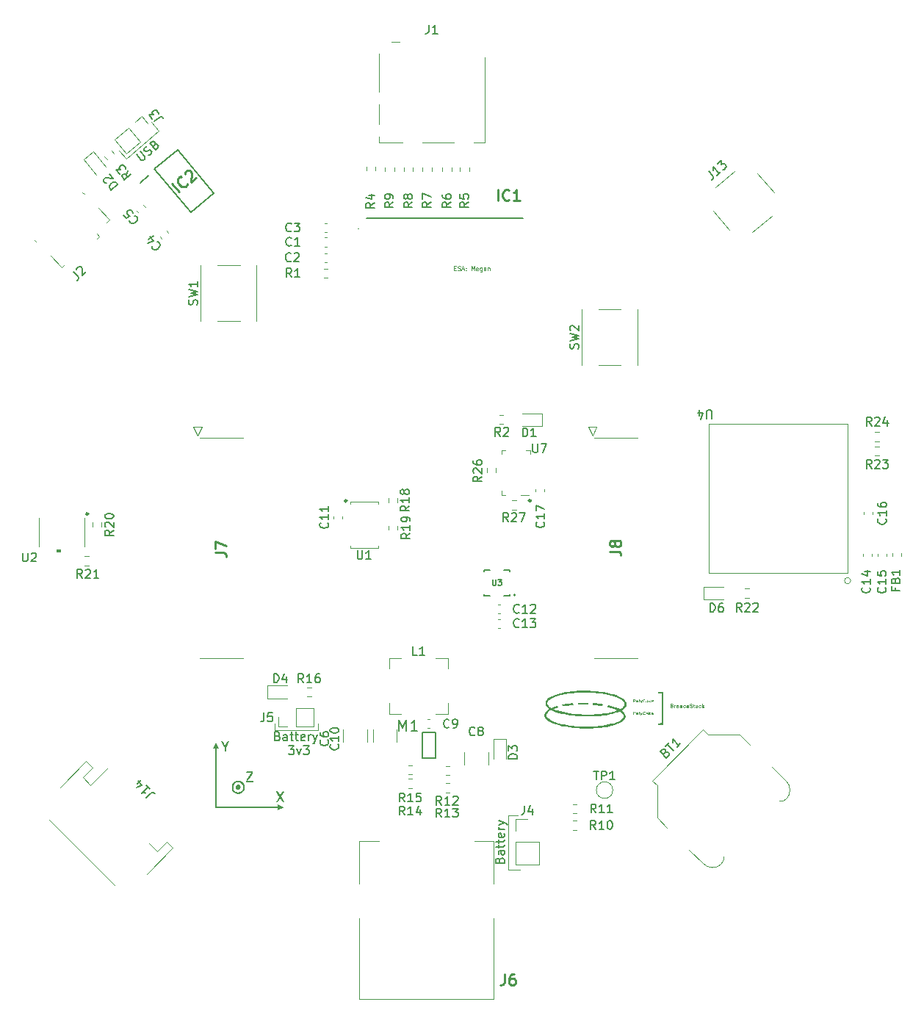
<source format=gbr>
%TF.GenerationSoftware,KiCad,Pcbnew,(6.0.2)*%
%TF.CreationDate,2022-10-10T11:28:08-07:00*%
%TF.ProjectId,AvionicsV0,4176696f-6e69-4637-9356-302e6b696361,rev?*%
%TF.SameCoordinates,Original*%
%TF.FileFunction,Legend,Top*%
%TF.FilePolarity,Positive*%
%FSLAX46Y46*%
G04 Gerber Fmt 4.6, Leading zero omitted, Abs format (unit mm)*
G04 Created by KiCad (PCBNEW (6.0.2)) date 2022-10-10 11:28:08*
%MOMM*%
%LPD*%
G01*
G04 APERTURE LIST*
%ADD10C,0.254049*%
%ADD11C,0.120000*%
%ADD12C,0.254050*%
%ADD13C,0.150000*%
%ADD14C,0.100000*%
%ADD15C,0.254000*%
%ADD16C,0.200000*%
%ADD17C,0.127000*%
%ADD18C,0.140000*%
%ADD19C,0.152400*%
G04 APERTURE END LIST*
D10*
X112181423Y-83729299D02*
G75*
G03*
X112181423Y-83729299I-127024J0D01*
G01*
D11*
X133654800Y-108661200D02*
X138658600Y-108635800D01*
X161721800Y-118491000D02*
X160629600Y-118491000D01*
X138658600Y-108635800D02*
X138658600Y-107899200D01*
X133654800Y-107899200D02*
X133654800Y-108661200D01*
X160629600Y-124739400D02*
X161925000Y-124739400D01*
X120319800Y-39598600D02*
X119481600Y-38557200D01*
X115722400Y-41833800D02*
X116560600Y-42799000D01*
D12*
X141986025Y-82219800D02*
G75*
G03*
X141986025Y-82219800I-127025J0D01*
G01*
D10*
X163220424Y-82194400D02*
G75*
G03*
X163220424Y-82194400I-127024J0D01*
G01*
D11*
X160629600Y-118491000D02*
X160629600Y-124739400D01*
X116560600Y-42799000D02*
X120319800Y-39598600D01*
D13*
X117747078Y-42319970D02*
X118267430Y-42940101D01*
X118365126Y-42982449D01*
X118432213Y-42988318D01*
X118535778Y-42963578D01*
X118681692Y-42841143D01*
X118724039Y-42743447D01*
X118729909Y-42676359D01*
X118705169Y-42572794D01*
X118184817Y-41952663D01*
X119125301Y-42406748D02*
X119265345Y-42351400D01*
X119447736Y-42198355D01*
X119490084Y-42100659D01*
X119495953Y-42033572D01*
X119471214Y-41930006D01*
X119409996Y-41857050D01*
X119312300Y-41814702D01*
X119245212Y-41808832D01*
X119141647Y-41833572D01*
X118965125Y-41919529D01*
X118861559Y-41944269D01*
X118794472Y-41938400D01*
X118696776Y-41896052D01*
X118635558Y-41823095D01*
X118610818Y-41719530D01*
X118616688Y-41652443D01*
X118659035Y-41554746D01*
X118841427Y-41401702D01*
X118981471Y-41346353D01*
X119840604Y-41184915D02*
X119980648Y-41129567D01*
X120047735Y-41135436D01*
X120145431Y-41177784D01*
X120237258Y-41287219D01*
X120261998Y-41390784D01*
X120256128Y-41457871D01*
X120213781Y-41555567D01*
X119921954Y-41800439D01*
X119279167Y-41034394D01*
X119534515Y-40820132D01*
X119638080Y-40795392D01*
X119705167Y-40801262D01*
X119802864Y-40843609D01*
X119864081Y-40916566D01*
X119888821Y-41020132D01*
X119882952Y-41087219D01*
X119840604Y-41184915D01*
X119585256Y-41399178D01*
X134021771Y-109334171D02*
X134164628Y-109381790D01*
X134212247Y-109429409D01*
X134259866Y-109524647D01*
X134259866Y-109667504D01*
X134212247Y-109762742D01*
X134164628Y-109810361D01*
X134069390Y-109857980D01*
X133688438Y-109857980D01*
X133688438Y-108857980D01*
X134021771Y-108857980D01*
X134117009Y-108905600D01*
X134164628Y-108953219D01*
X134212247Y-109048457D01*
X134212247Y-109143695D01*
X134164628Y-109238933D01*
X134117009Y-109286552D01*
X134021771Y-109334171D01*
X133688438Y-109334171D01*
X135117009Y-109857980D02*
X135117009Y-109334171D01*
X135069390Y-109238933D01*
X134974152Y-109191314D01*
X134783676Y-109191314D01*
X134688438Y-109238933D01*
X135117009Y-109810361D02*
X135021771Y-109857980D01*
X134783676Y-109857980D01*
X134688438Y-109810361D01*
X134640819Y-109715123D01*
X134640819Y-109619885D01*
X134688438Y-109524647D01*
X134783676Y-109477028D01*
X135021771Y-109477028D01*
X135117009Y-109429409D01*
X135450342Y-109191314D02*
X135831295Y-109191314D01*
X135593200Y-108857980D02*
X135593200Y-109715123D01*
X135640819Y-109810361D01*
X135736057Y-109857980D01*
X135831295Y-109857980D01*
X136021771Y-109191314D02*
X136402723Y-109191314D01*
X136164628Y-108857980D02*
X136164628Y-109715123D01*
X136212247Y-109810361D01*
X136307485Y-109857980D01*
X136402723Y-109857980D01*
X137117009Y-109810361D02*
X137021771Y-109857980D01*
X136831295Y-109857980D01*
X136736057Y-109810361D01*
X136688438Y-109715123D01*
X136688438Y-109334171D01*
X136736057Y-109238933D01*
X136831295Y-109191314D01*
X137021771Y-109191314D01*
X137117009Y-109238933D01*
X137164628Y-109334171D01*
X137164628Y-109429409D01*
X136688438Y-109524647D01*
X137593200Y-109857980D02*
X137593200Y-109191314D01*
X137593200Y-109381790D02*
X137640819Y-109286552D01*
X137688438Y-109238933D01*
X137783676Y-109191314D01*
X137878914Y-109191314D01*
X138117009Y-109191314D02*
X138355104Y-109857980D01*
X138593200Y-109191314D02*
X138355104Y-109857980D01*
X138259866Y-110096076D01*
X138212247Y-110143695D01*
X138117009Y-110191314D01*
X135283676Y-110467980D02*
X135902723Y-110467980D01*
X135569390Y-110848933D01*
X135712247Y-110848933D01*
X135807485Y-110896552D01*
X135855104Y-110944171D01*
X135902723Y-111039409D01*
X135902723Y-111277504D01*
X135855104Y-111372742D01*
X135807485Y-111420361D01*
X135712247Y-111467980D01*
X135426533Y-111467980D01*
X135331295Y-111420361D01*
X135283676Y-111372742D01*
X136236057Y-110801314D02*
X136474152Y-111467980D01*
X136712247Y-110801314D01*
X136997961Y-110467980D02*
X137617009Y-110467980D01*
X137283676Y-110848933D01*
X137426533Y-110848933D01*
X137521771Y-110896552D01*
X137569390Y-110944171D01*
X137617009Y-111039409D01*
X137617009Y-111277504D01*
X137569390Y-111372742D01*
X137521771Y-111420361D01*
X137426533Y-111467980D01*
X137140819Y-111467980D01*
X137045580Y-111420361D01*
X136997961Y-111372742D01*
D14*
X154365580Y-55412485D02*
X154532247Y-55412485D01*
X154603676Y-55674390D02*
X154365580Y-55674390D01*
X154365580Y-55174390D01*
X154603676Y-55174390D01*
X154794152Y-55650580D02*
X154865580Y-55674390D01*
X154984628Y-55674390D01*
X155032247Y-55650580D01*
X155056057Y-55626771D01*
X155079866Y-55579152D01*
X155079866Y-55531533D01*
X155056057Y-55483914D01*
X155032247Y-55460104D01*
X154984628Y-55436295D01*
X154889390Y-55412485D01*
X154841771Y-55388676D01*
X154817961Y-55364866D01*
X154794152Y-55317247D01*
X154794152Y-55269628D01*
X154817961Y-55222009D01*
X154841771Y-55198200D01*
X154889390Y-55174390D01*
X155008438Y-55174390D01*
X155079866Y-55198200D01*
X155270342Y-55531533D02*
X155508438Y-55531533D01*
X155222723Y-55674390D02*
X155389390Y-55174390D01*
X155556057Y-55674390D01*
X155722723Y-55626771D02*
X155746533Y-55650580D01*
X155722723Y-55674390D01*
X155698914Y-55650580D01*
X155722723Y-55626771D01*
X155722723Y-55674390D01*
X155722723Y-55364866D02*
X155746533Y-55388676D01*
X155722723Y-55412485D01*
X155698914Y-55388676D01*
X155722723Y-55364866D01*
X155722723Y-55412485D01*
X156341771Y-55674390D02*
X156341771Y-55174390D01*
X156508438Y-55531533D01*
X156675104Y-55174390D01*
X156675104Y-55674390D01*
X157103676Y-55650580D02*
X157056057Y-55674390D01*
X156960819Y-55674390D01*
X156913200Y-55650580D01*
X156889390Y-55602961D01*
X156889390Y-55412485D01*
X156913200Y-55364866D01*
X156960819Y-55341057D01*
X157056057Y-55341057D01*
X157103676Y-55364866D01*
X157127485Y-55412485D01*
X157127485Y-55460104D01*
X156889390Y-55507723D01*
X157556057Y-55341057D02*
X157556057Y-55745819D01*
X157532247Y-55793438D01*
X157508438Y-55817247D01*
X157460819Y-55841057D01*
X157389390Y-55841057D01*
X157341771Y-55817247D01*
X157556057Y-55650580D02*
X157508438Y-55674390D01*
X157413200Y-55674390D01*
X157365580Y-55650580D01*
X157341771Y-55626771D01*
X157317961Y-55579152D01*
X157317961Y-55436295D01*
X157341771Y-55388676D01*
X157365580Y-55364866D01*
X157413200Y-55341057D01*
X157508438Y-55341057D01*
X157556057Y-55364866D01*
X158008438Y-55674390D02*
X158008438Y-55412485D01*
X157984628Y-55364866D01*
X157937009Y-55341057D01*
X157841771Y-55341057D01*
X157794152Y-55364866D01*
X158008438Y-55650580D02*
X157960819Y-55674390D01*
X157841771Y-55674390D01*
X157794152Y-55650580D01*
X157770342Y-55602961D01*
X157770342Y-55555342D01*
X157794152Y-55507723D01*
X157841771Y-55483914D01*
X157960819Y-55483914D01*
X158008438Y-55460104D01*
X158246533Y-55341057D02*
X158246533Y-55674390D01*
X158246533Y-55388676D02*
X158270342Y-55364866D01*
X158317961Y-55341057D01*
X158389390Y-55341057D01*
X158437009Y-55364866D01*
X158460819Y-55412485D01*
X158460819Y-55674390D01*
D13*
X159618371Y-123661228D02*
X159665990Y-123518371D01*
X159713609Y-123470752D01*
X159808847Y-123423133D01*
X159951704Y-123423133D01*
X160046942Y-123470752D01*
X160094561Y-123518371D01*
X160142180Y-123613609D01*
X160142180Y-123994561D01*
X159142180Y-123994561D01*
X159142180Y-123661228D01*
X159189800Y-123565990D01*
X159237419Y-123518371D01*
X159332657Y-123470752D01*
X159427895Y-123470752D01*
X159523133Y-123518371D01*
X159570752Y-123565990D01*
X159618371Y-123661228D01*
X159618371Y-123994561D01*
X160142180Y-122565990D02*
X159618371Y-122565990D01*
X159523133Y-122613609D01*
X159475514Y-122708847D01*
X159475514Y-122899323D01*
X159523133Y-122994561D01*
X160094561Y-122565990D02*
X160142180Y-122661228D01*
X160142180Y-122899323D01*
X160094561Y-122994561D01*
X159999323Y-123042180D01*
X159904085Y-123042180D01*
X159808847Y-122994561D01*
X159761228Y-122899323D01*
X159761228Y-122661228D01*
X159713609Y-122565990D01*
X159475514Y-122232657D02*
X159475514Y-121851704D01*
X159142180Y-122089800D02*
X159999323Y-122089800D01*
X160094561Y-122042180D01*
X160142180Y-121946942D01*
X160142180Y-121851704D01*
X159475514Y-121661228D02*
X159475514Y-121280276D01*
X159142180Y-121518371D02*
X159999323Y-121518371D01*
X160094561Y-121470752D01*
X160142180Y-121375514D01*
X160142180Y-121280276D01*
X160094561Y-120565990D02*
X160142180Y-120661228D01*
X160142180Y-120851704D01*
X160094561Y-120946942D01*
X159999323Y-120994561D01*
X159618371Y-120994561D01*
X159523133Y-120946942D01*
X159475514Y-120851704D01*
X159475514Y-120661228D01*
X159523133Y-120565990D01*
X159618371Y-120518371D01*
X159713609Y-120518371D01*
X159808847Y-120994561D01*
X160142180Y-120089800D02*
X159475514Y-120089800D01*
X159665990Y-120089800D02*
X159570752Y-120042180D01*
X159523133Y-119994561D01*
X159475514Y-119899323D01*
X159475514Y-119804085D01*
X159475514Y-119565990D02*
X160142180Y-119327895D01*
X159475514Y-119089800D02*
X160142180Y-119327895D01*
X160380276Y-119423133D01*
X160427895Y-119470752D01*
X160475514Y-119565990D01*
D15*
%TO.C,IC2*%
X122660384Y-46601414D02*
X121844043Y-45628537D01*
X123601841Y-45653545D02*
X123594387Y-45738746D01*
X123494278Y-45901694D01*
X123401623Y-45979440D01*
X123223767Y-46049733D01*
X123053365Y-46034825D01*
X122929291Y-45981043D01*
X122727471Y-45834607D01*
X122610850Y-45695624D01*
X122501685Y-45471441D01*
X122470265Y-45339913D01*
X122485173Y-45169511D01*
X122585282Y-45006564D01*
X122677937Y-44928817D01*
X122855793Y-44858525D01*
X122940994Y-44865979D01*
X123311613Y-44554992D02*
X123319068Y-44469791D01*
X123372849Y-44345717D01*
X123604486Y-44151350D01*
X123736015Y-44119931D01*
X123821215Y-44127385D01*
X123945290Y-44181167D01*
X124023036Y-44273822D01*
X124093329Y-44451677D01*
X124003880Y-45474087D01*
X124606136Y-44968733D01*
D13*
%TO.C,J13*%
X183680625Y-44214140D02*
X184139759Y-44761314D01*
X184195107Y-44901358D01*
X184183368Y-45035533D01*
X184104542Y-45163838D01*
X184031586Y-45225056D01*
X185089457Y-44337397D02*
X184651717Y-44704704D01*
X184870587Y-44521050D02*
X184227799Y-43755006D01*
X184246669Y-43925659D01*
X184234931Y-44059833D01*
X184192583Y-44157529D01*
X184702017Y-43357090D02*
X185176235Y-42959174D01*
X185165758Y-43465263D01*
X185275193Y-43373436D01*
X185378759Y-43348696D01*
X185445846Y-43354566D01*
X185543542Y-43396913D01*
X185696587Y-43579305D01*
X185721327Y-43682870D01*
X185715457Y-43749958D01*
X185673110Y-43847654D01*
X185454240Y-44031307D01*
X185350674Y-44056047D01*
X185283587Y-44050178D01*
%TO.C,J4*%
X162466666Y-117382380D02*
X162466666Y-118096666D01*
X162419047Y-118239523D01*
X162323809Y-118334761D01*
X162180952Y-118382380D01*
X162085714Y-118382380D01*
X163371428Y-117715714D02*
X163371428Y-118382380D01*
X163133333Y-117334761D02*
X162895238Y-118049047D01*
X163514285Y-118049047D01*
%TO.C,C11*%
X139785142Y-84753857D02*
X139832761Y-84801476D01*
X139880380Y-84944333D01*
X139880380Y-85039571D01*
X139832761Y-85182428D01*
X139737523Y-85277666D01*
X139642285Y-85325285D01*
X139451809Y-85372904D01*
X139308952Y-85372904D01*
X139118476Y-85325285D01*
X139023238Y-85277666D01*
X138928000Y-85182428D01*
X138880380Y-85039571D01*
X138880380Y-84944333D01*
X138928000Y-84801476D01*
X138975619Y-84753857D01*
X139880380Y-83801476D02*
X139880380Y-84372904D01*
X139880380Y-84087190D02*
X138880380Y-84087190D01*
X139023238Y-84182428D01*
X139118476Y-84277666D01*
X139166095Y-84372904D01*
X139880380Y-82849095D02*
X139880380Y-83420523D01*
X139880380Y-83134809D02*
X138880380Y-83134809D01*
X139023238Y-83230047D01*
X139118476Y-83325285D01*
X139166095Y-83420523D01*
%TO.C,R10*%
X170680142Y-120086380D02*
X170346809Y-119610190D01*
X170108714Y-120086380D02*
X170108714Y-119086380D01*
X170489666Y-119086380D01*
X170584904Y-119134000D01*
X170632523Y-119181619D01*
X170680142Y-119276857D01*
X170680142Y-119419714D01*
X170632523Y-119514952D01*
X170584904Y-119562571D01*
X170489666Y-119610190D01*
X170108714Y-119610190D01*
X171632523Y-120086380D02*
X171061095Y-120086380D01*
X171346809Y-120086380D02*
X171346809Y-119086380D01*
X171251571Y-119229238D01*
X171156333Y-119324476D01*
X171061095Y-119372095D01*
X172251571Y-119086380D02*
X172346809Y-119086380D01*
X172442047Y-119134000D01*
X172489666Y-119181619D01*
X172537285Y-119276857D01*
X172584904Y-119467333D01*
X172584904Y-119705428D01*
X172537285Y-119895904D01*
X172489666Y-119991142D01*
X172442047Y-120038761D01*
X172346809Y-120086380D01*
X172251571Y-120086380D01*
X172156333Y-120038761D01*
X172108714Y-119991142D01*
X172061095Y-119895904D01*
X172013476Y-119705428D01*
X172013476Y-119467333D01*
X172061095Y-119276857D01*
X172108714Y-119181619D01*
X172156333Y-119134000D01*
X172251571Y-119086380D01*
%TO.C,C15*%
X204050942Y-92196257D02*
X204098561Y-92243876D01*
X204146180Y-92386733D01*
X204146180Y-92481971D01*
X204098561Y-92624828D01*
X204003323Y-92720066D01*
X203908085Y-92767685D01*
X203717609Y-92815304D01*
X203574752Y-92815304D01*
X203384276Y-92767685D01*
X203289038Y-92720066D01*
X203193800Y-92624828D01*
X203146180Y-92481971D01*
X203146180Y-92386733D01*
X203193800Y-92243876D01*
X203241419Y-92196257D01*
X204146180Y-91243876D02*
X204146180Y-91815304D01*
X204146180Y-91529590D02*
X203146180Y-91529590D01*
X203289038Y-91624828D01*
X203384276Y-91720066D01*
X203431895Y-91815304D01*
X203146180Y-90339114D02*
X203146180Y-90815304D01*
X203622371Y-90862923D01*
X203574752Y-90815304D01*
X203527133Y-90720066D01*
X203527133Y-90481971D01*
X203574752Y-90386733D01*
X203622371Y-90339114D01*
X203717609Y-90291495D01*
X203955704Y-90291495D01*
X204050942Y-90339114D01*
X204098561Y-90386733D01*
X204146180Y-90481971D01*
X204146180Y-90720066D01*
X204098561Y-90815304D01*
X204050942Y-90862923D01*
%TO.C,R21*%
X111487741Y-91115879D02*
X111154408Y-90639689D01*
X110916313Y-91115879D02*
X110916313Y-90115879D01*
X111297265Y-90115879D01*
X111392503Y-90163499D01*
X111440122Y-90211118D01*
X111487741Y-90306356D01*
X111487741Y-90449213D01*
X111440122Y-90544451D01*
X111392503Y-90592070D01*
X111297265Y-90639689D01*
X110916313Y-90639689D01*
X111868694Y-90211118D02*
X111916313Y-90163499D01*
X112011551Y-90115879D01*
X112249646Y-90115879D01*
X112344884Y-90163499D01*
X112392503Y-90211118D01*
X112440122Y-90306356D01*
X112440122Y-90401594D01*
X112392503Y-90544451D01*
X111821075Y-91115879D01*
X112440122Y-91115879D01*
X113392503Y-91115879D02*
X112821075Y-91115879D01*
X113106789Y-91115879D02*
X113106789Y-90115879D01*
X113011551Y-90258737D01*
X112916313Y-90353975D01*
X112821075Y-90401594D01*
%TO.C,R5*%
X156027380Y-47791666D02*
X155551190Y-48125000D01*
X156027380Y-48363095D02*
X155027380Y-48363095D01*
X155027380Y-47982142D01*
X155075000Y-47886904D01*
X155122619Y-47839285D01*
X155217857Y-47791666D01*
X155360714Y-47791666D01*
X155455952Y-47839285D01*
X155503571Y-47886904D01*
X155551190Y-47982142D01*
X155551190Y-48363095D01*
X155027380Y-46886904D02*
X155027380Y-47363095D01*
X155503571Y-47410714D01*
X155455952Y-47363095D01*
X155408333Y-47267857D01*
X155408333Y-47029761D01*
X155455952Y-46934523D01*
X155503571Y-46886904D01*
X155598809Y-46839285D01*
X155836904Y-46839285D01*
X155932142Y-46886904D01*
X155979761Y-46934523D01*
X156027380Y-47029761D01*
X156027380Y-47267857D01*
X155979761Y-47363095D01*
X155932142Y-47410714D01*
%TO.C,U3*%
X158819867Y-91317179D02*
X158819867Y-91836670D01*
X158850425Y-91897787D01*
X158880984Y-91928345D01*
X158942100Y-91958903D01*
X159064333Y-91958903D01*
X159125450Y-91928345D01*
X159156008Y-91897787D01*
X159186566Y-91836670D01*
X159186566Y-91317179D01*
X159431033Y-91317179D02*
X159828290Y-91317179D01*
X159614382Y-91561646D01*
X159706057Y-91561646D01*
X159767174Y-91592204D01*
X159797732Y-91622762D01*
X159828290Y-91683879D01*
X159828290Y-91836670D01*
X159797732Y-91897787D01*
X159767174Y-91928345D01*
X159706057Y-91958903D01*
X159522708Y-91958903D01*
X159461591Y-91928345D01*
X159431033Y-91897787D01*
%TO.C,J3*%
X119821584Y-38489898D02*
X120368758Y-38030764D01*
X120508802Y-37975416D01*
X120642976Y-37987155D01*
X120771282Y-38065981D01*
X120832499Y-38138937D01*
X119576712Y-38198072D02*
X119178796Y-37723854D01*
X119684885Y-37734331D01*
X119593058Y-37624896D01*
X119568319Y-37521330D01*
X119574188Y-37454243D01*
X119616536Y-37356547D01*
X119798927Y-37203502D01*
X119902493Y-37178763D01*
X119969580Y-37184632D01*
X120067276Y-37226980D01*
X120250930Y-37445849D01*
X120275669Y-37549415D01*
X120269800Y-37616502D01*
D15*
%TO.C,J7*%
X126837923Y-88205733D02*
X127745066Y-88205733D01*
X127926495Y-88266209D01*
X128047447Y-88387161D01*
X128107923Y-88568590D01*
X128107923Y-88689542D01*
X126837923Y-87721923D02*
X126837923Y-86875257D01*
X128107923Y-87419542D01*
D13*
%TO.C,C17*%
X164695142Y-84666057D02*
X164742761Y-84713676D01*
X164790380Y-84856533D01*
X164790380Y-84951771D01*
X164742761Y-85094628D01*
X164647523Y-85189866D01*
X164552285Y-85237485D01*
X164361809Y-85285104D01*
X164218952Y-85285104D01*
X164028476Y-85237485D01*
X163933238Y-85189866D01*
X163838000Y-85094628D01*
X163790380Y-84951771D01*
X163790380Y-84856533D01*
X163838000Y-84713676D01*
X163885619Y-84666057D01*
X164790380Y-83713676D02*
X164790380Y-84285104D01*
X164790380Y-83999390D02*
X163790380Y-83999390D01*
X163933238Y-84094628D01*
X164028476Y-84189866D01*
X164076095Y-84285104D01*
X163790380Y-83380342D02*
X163790380Y-82713676D01*
X164790380Y-83142247D01*
%TO.C,R14*%
X148658342Y-118435380D02*
X148325009Y-117959190D01*
X148086914Y-118435380D02*
X148086914Y-117435380D01*
X148467866Y-117435380D01*
X148563104Y-117483000D01*
X148610723Y-117530619D01*
X148658342Y-117625857D01*
X148658342Y-117768714D01*
X148610723Y-117863952D01*
X148563104Y-117911571D01*
X148467866Y-117959190D01*
X148086914Y-117959190D01*
X149610723Y-118435380D02*
X149039295Y-118435380D01*
X149325009Y-118435380D02*
X149325009Y-117435380D01*
X149229771Y-117578238D01*
X149134533Y-117673476D01*
X149039295Y-117721095D01*
X150467866Y-117768714D02*
X150467866Y-118435380D01*
X150229771Y-117387761D02*
X149991676Y-118102047D01*
X150610723Y-118102047D01*
%TO.C,R7*%
X151709380Y-47791666D02*
X151233190Y-48125000D01*
X151709380Y-48363095D02*
X150709380Y-48363095D01*
X150709380Y-47982142D01*
X150757000Y-47886904D01*
X150804619Y-47839285D01*
X150899857Y-47791666D01*
X151042714Y-47791666D01*
X151137952Y-47839285D01*
X151185571Y-47886904D01*
X151233190Y-47982142D01*
X151233190Y-48363095D01*
X150709380Y-47458333D02*
X150709380Y-46791666D01*
X151709380Y-47220238D01*
%TO.C,SW1*%
X124717561Y-59614133D02*
X124765180Y-59471276D01*
X124765180Y-59233180D01*
X124717561Y-59137942D01*
X124669942Y-59090323D01*
X124574704Y-59042704D01*
X124479466Y-59042704D01*
X124384228Y-59090323D01*
X124336609Y-59137942D01*
X124288990Y-59233180D01*
X124241371Y-59423657D01*
X124193752Y-59518895D01*
X124146133Y-59566514D01*
X124050895Y-59614133D01*
X123955657Y-59614133D01*
X123860419Y-59566514D01*
X123812800Y-59518895D01*
X123765180Y-59423657D01*
X123765180Y-59185561D01*
X123812800Y-59042704D01*
X123765180Y-58709371D02*
X124765180Y-58471276D01*
X124050895Y-58280800D01*
X124765180Y-58090323D01*
X123765180Y-57852228D01*
X124765180Y-56947466D02*
X124765180Y-57518895D01*
X124765180Y-57233180D02*
X123765180Y-57233180D01*
X123908038Y-57328419D01*
X124003276Y-57423657D01*
X124050895Y-57518895D01*
%TO.C,R20*%
X115097579Y-85616756D02*
X114621389Y-85950089D01*
X115097579Y-86188184D02*
X114097579Y-86188184D01*
X114097579Y-85807232D01*
X114145199Y-85711994D01*
X114192818Y-85664375D01*
X114288056Y-85616756D01*
X114430913Y-85616756D01*
X114526151Y-85664375D01*
X114573770Y-85711994D01*
X114621389Y-85807232D01*
X114621389Y-86188184D01*
X114192818Y-85235803D02*
X114145199Y-85188184D01*
X114097579Y-85092946D01*
X114097579Y-84854851D01*
X114145199Y-84759613D01*
X114192818Y-84711994D01*
X114288056Y-84664375D01*
X114383294Y-84664375D01*
X114526151Y-84711994D01*
X115097579Y-85283422D01*
X115097579Y-84664375D01*
X114097579Y-84045327D02*
X114097579Y-83950089D01*
X114145199Y-83854851D01*
X114192818Y-83807232D01*
X114288056Y-83759613D01*
X114478532Y-83711994D01*
X114716627Y-83711994D01*
X114907103Y-83759613D01*
X115002341Y-83807232D01*
X115049960Y-83854851D01*
X115097579Y-83950089D01*
X115097579Y-84045327D01*
X115049960Y-84140565D01*
X115002341Y-84188184D01*
X114907103Y-84235803D01*
X114716627Y-84283422D01*
X114478532Y-84283422D01*
X114288056Y-84235803D01*
X114192818Y-84188184D01*
X114145199Y-84140565D01*
X114097579Y-84045327D01*
%TO.C,R15*%
X148658342Y-116911380D02*
X148325009Y-116435190D01*
X148086914Y-116911380D02*
X148086914Y-115911380D01*
X148467866Y-115911380D01*
X148563104Y-115959000D01*
X148610723Y-116006619D01*
X148658342Y-116101857D01*
X148658342Y-116244714D01*
X148610723Y-116339952D01*
X148563104Y-116387571D01*
X148467866Y-116435190D01*
X148086914Y-116435190D01*
X149610723Y-116911380D02*
X149039295Y-116911380D01*
X149325009Y-116911380D02*
X149325009Y-115911380D01*
X149229771Y-116054238D01*
X149134533Y-116149476D01*
X149039295Y-116197095D01*
X150515485Y-115911380D02*
X150039295Y-115911380D01*
X149991676Y-116387571D01*
X150039295Y-116339952D01*
X150134533Y-116292333D01*
X150372628Y-116292333D01*
X150467866Y-116339952D01*
X150515485Y-116387571D01*
X150563104Y-116482809D01*
X150563104Y-116720904D01*
X150515485Y-116816142D01*
X150467866Y-116863761D01*
X150372628Y-116911380D01*
X150134533Y-116911380D01*
X150039295Y-116863761D01*
X149991676Y-116816142D01*
%TO.C,R2*%
X159686133Y-74772380D02*
X159352800Y-74296190D01*
X159114704Y-74772380D02*
X159114704Y-73772380D01*
X159495657Y-73772380D01*
X159590895Y-73820000D01*
X159638514Y-73867619D01*
X159686133Y-73962857D01*
X159686133Y-74105714D01*
X159638514Y-74200952D01*
X159590895Y-74248571D01*
X159495657Y-74296190D01*
X159114704Y-74296190D01*
X160067085Y-73867619D02*
X160114704Y-73820000D01*
X160209942Y-73772380D01*
X160448038Y-73772380D01*
X160543276Y-73820000D01*
X160590895Y-73867619D01*
X160638514Y-73962857D01*
X160638514Y-74058095D01*
X160590895Y-74200952D01*
X160019466Y-74772380D01*
X160638514Y-74772380D01*
%TO.C,C3*%
X135596333Y-51106342D02*
X135548714Y-51153961D01*
X135405857Y-51201580D01*
X135310619Y-51201580D01*
X135167761Y-51153961D01*
X135072523Y-51058723D01*
X135024904Y-50963485D01*
X134977285Y-50773009D01*
X134977285Y-50630152D01*
X135024904Y-50439676D01*
X135072523Y-50344438D01*
X135167761Y-50249200D01*
X135310619Y-50201580D01*
X135405857Y-50201580D01*
X135548714Y-50249200D01*
X135596333Y-50296819D01*
X135929666Y-50201580D02*
X136548714Y-50201580D01*
X136215380Y-50582533D01*
X136358238Y-50582533D01*
X136453476Y-50630152D01*
X136501095Y-50677771D01*
X136548714Y-50773009D01*
X136548714Y-51011104D01*
X136501095Y-51106342D01*
X136453476Y-51153961D01*
X136358238Y-51201580D01*
X136072523Y-51201580D01*
X135977285Y-51153961D01*
X135929666Y-51106342D01*
%TO.C,U2*%
X104622695Y-88225380D02*
X104622695Y-89034904D01*
X104670314Y-89130142D01*
X104717933Y-89177761D01*
X104813171Y-89225380D01*
X105003647Y-89225380D01*
X105098885Y-89177761D01*
X105146504Y-89130142D01*
X105194123Y-89034904D01*
X105194123Y-88225380D01*
X105622695Y-88320619D02*
X105670314Y-88273000D01*
X105765552Y-88225380D01*
X106003647Y-88225380D01*
X106098885Y-88273000D01*
X106146504Y-88320619D01*
X106194123Y-88415857D01*
X106194123Y-88511095D01*
X106146504Y-88653952D01*
X105575076Y-89225380D01*
X106194123Y-89225380D01*
%TO.C,D3*%
X161640780Y-111964695D02*
X160640780Y-111964695D01*
X160640780Y-111726600D01*
X160688400Y-111583742D01*
X160783638Y-111488504D01*
X160878876Y-111440885D01*
X161069352Y-111393266D01*
X161212209Y-111393266D01*
X161402685Y-111440885D01*
X161497923Y-111488504D01*
X161593161Y-111583742D01*
X161640780Y-111726600D01*
X161640780Y-111964695D01*
X160640780Y-111059933D02*
X160640780Y-110440885D01*
X161021733Y-110774219D01*
X161021733Y-110631361D01*
X161069352Y-110536123D01*
X161116971Y-110488504D01*
X161212209Y-110440885D01*
X161450304Y-110440885D01*
X161545542Y-110488504D01*
X161593161Y-110536123D01*
X161640780Y-110631361D01*
X161640780Y-110917076D01*
X161593161Y-111012314D01*
X161545542Y-111059933D01*
%TO.C,R22*%
X187491142Y-94988780D02*
X187157809Y-94512590D01*
X186919714Y-94988780D02*
X186919714Y-93988780D01*
X187300666Y-93988780D01*
X187395904Y-94036400D01*
X187443523Y-94084019D01*
X187491142Y-94179257D01*
X187491142Y-94322114D01*
X187443523Y-94417352D01*
X187395904Y-94464971D01*
X187300666Y-94512590D01*
X186919714Y-94512590D01*
X187872095Y-94084019D02*
X187919714Y-94036400D01*
X188014952Y-93988780D01*
X188253047Y-93988780D01*
X188348285Y-94036400D01*
X188395904Y-94084019D01*
X188443523Y-94179257D01*
X188443523Y-94274495D01*
X188395904Y-94417352D01*
X187824476Y-94988780D01*
X188443523Y-94988780D01*
X188824476Y-94084019D02*
X188872095Y-94036400D01*
X188967333Y-93988780D01*
X189205428Y-93988780D01*
X189300666Y-94036400D01*
X189348285Y-94084019D01*
X189395904Y-94179257D01*
X189395904Y-94274495D01*
X189348285Y-94417352D01*
X188776857Y-94988780D01*
X189395904Y-94988780D01*
%TO.C,R4*%
X145181580Y-47867866D02*
X144705390Y-48201200D01*
X145181580Y-48439295D02*
X144181580Y-48439295D01*
X144181580Y-48058342D01*
X144229200Y-47963104D01*
X144276819Y-47915485D01*
X144372057Y-47867866D01*
X144514914Y-47867866D01*
X144610152Y-47915485D01*
X144657771Y-47963104D01*
X144705390Y-48058342D01*
X144705390Y-48439295D01*
X144514914Y-47010723D02*
X145181580Y-47010723D01*
X144133961Y-47248819D02*
X144848247Y-47486914D01*
X144848247Y-46867866D01*
%TO.C,C8*%
X156729133Y-109196142D02*
X156681514Y-109243761D01*
X156538657Y-109291380D01*
X156443419Y-109291380D01*
X156300561Y-109243761D01*
X156205323Y-109148523D01*
X156157704Y-109053285D01*
X156110085Y-108862809D01*
X156110085Y-108719952D01*
X156157704Y-108529476D01*
X156205323Y-108434238D01*
X156300561Y-108339000D01*
X156443419Y-108291380D01*
X156538657Y-108291380D01*
X156681514Y-108339000D01*
X156729133Y-108386619D01*
X157300561Y-108719952D02*
X157205323Y-108672333D01*
X157157704Y-108624714D01*
X157110085Y-108529476D01*
X157110085Y-108481857D01*
X157157704Y-108386619D01*
X157205323Y-108339000D01*
X157300561Y-108291380D01*
X157491038Y-108291380D01*
X157586276Y-108339000D01*
X157633895Y-108386619D01*
X157681514Y-108481857D01*
X157681514Y-108529476D01*
X157633895Y-108624714D01*
X157586276Y-108672333D01*
X157491038Y-108719952D01*
X157300561Y-108719952D01*
X157205323Y-108767571D01*
X157157704Y-108815190D01*
X157110085Y-108910428D01*
X157110085Y-109100904D01*
X157157704Y-109196142D01*
X157205323Y-109243761D01*
X157300561Y-109291380D01*
X157491038Y-109291380D01*
X157586276Y-109243761D01*
X157633895Y-109196142D01*
X157681514Y-109100904D01*
X157681514Y-108910428D01*
X157633895Y-108815190D01*
X157586276Y-108767571D01*
X157491038Y-108719952D01*
D15*
%TO.C,IC1*%
X159388238Y-47616523D02*
X159388238Y-46346523D01*
X160718714Y-47495571D02*
X160658238Y-47556047D01*
X160476809Y-47616523D01*
X160355857Y-47616523D01*
X160174428Y-47556047D01*
X160053476Y-47435095D01*
X159993000Y-47314142D01*
X159932523Y-47072238D01*
X159932523Y-46890809D01*
X159993000Y-46648904D01*
X160053476Y-46527952D01*
X160174428Y-46407000D01*
X160355857Y-46346523D01*
X160476809Y-46346523D01*
X160658238Y-46407000D01*
X160718714Y-46467476D01*
X161928238Y-47616523D02*
X161202523Y-47616523D01*
X161565380Y-47616523D02*
X161565380Y-46346523D01*
X161444428Y-46527952D01*
X161323476Y-46648904D01*
X161202523Y-46709380D01*
D13*
%TO.C,R12*%
X152900142Y-117266980D02*
X152566809Y-116790790D01*
X152328714Y-117266980D02*
X152328714Y-116266980D01*
X152709666Y-116266980D01*
X152804904Y-116314600D01*
X152852523Y-116362219D01*
X152900142Y-116457457D01*
X152900142Y-116600314D01*
X152852523Y-116695552D01*
X152804904Y-116743171D01*
X152709666Y-116790790D01*
X152328714Y-116790790D01*
X153852523Y-117266980D02*
X153281095Y-117266980D01*
X153566809Y-117266980D02*
X153566809Y-116266980D01*
X153471571Y-116409838D01*
X153376333Y-116505076D01*
X153281095Y-116552695D01*
X154233476Y-116362219D02*
X154281095Y-116314600D01*
X154376333Y-116266980D01*
X154614428Y-116266980D01*
X154709666Y-116314600D01*
X154757285Y-116362219D01*
X154804904Y-116457457D01*
X154804904Y-116552695D01*
X154757285Y-116695552D01*
X154185857Y-117266980D01*
X154804904Y-117266980D01*
%TO.C,J2*%
X110476672Y-55830077D02*
X110981748Y-56335153D01*
X111049092Y-56469840D01*
X111049092Y-56604527D01*
X110981748Y-56739214D01*
X110914405Y-56806557D01*
X110847061Y-55594374D02*
X110847061Y-55527031D01*
X110880733Y-55426016D01*
X111049092Y-55257657D01*
X111150107Y-55223985D01*
X111217451Y-55223985D01*
X111318466Y-55257657D01*
X111385809Y-55325000D01*
X111453153Y-55459687D01*
X111453153Y-56267809D01*
X111890886Y-55830077D01*
%TO.C,C2*%
X135545533Y-54560742D02*
X135497914Y-54608361D01*
X135355057Y-54655980D01*
X135259819Y-54655980D01*
X135116961Y-54608361D01*
X135021723Y-54513123D01*
X134974104Y-54417885D01*
X134926485Y-54227409D01*
X134926485Y-54084552D01*
X134974104Y-53894076D01*
X135021723Y-53798838D01*
X135116961Y-53703600D01*
X135259819Y-53655980D01*
X135355057Y-53655980D01*
X135497914Y-53703600D01*
X135545533Y-53751219D01*
X135926485Y-53751219D02*
X135974104Y-53703600D01*
X136069342Y-53655980D01*
X136307438Y-53655980D01*
X136402676Y-53703600D01*
X136450295Y-53751219D01*
X136497914Y-53846457D01*
X136497914Y-53941695D01*
X136450295Y-54084552D01*
X135878866Y-54655980D01*
X136497914Y-54655980D01*
%TO.C,C4*%
X120143431Y-52386527D02*
X120210518Y-52392396D01*
X120338823Y-52471222D01*
X120400041Y-52544179D01*
X120455390Y-52684222D01*
X120443651Y-52818397D01*
X120401303Y-52916093D01*
X120285999Y-53075007D01*
X120176564Y-53166834D01*
X120000042Y-53252791D01*
X119896476Y-53277531D01*
X119762302Y-53265792D01*
X119633997Y-53186966D01*
X119572779Y-53114010D01*
X119517430Y-52973966D01*
X119523300Y-52906878D01*
X119154731Y-52097224D02*
X119665427Y-51668699D01*
X119015949Y-52524487D02*
X119716168Y-52247745D01*
X119318252Y-51773527D01*
D15*
%TO.C,J6*%
X160155466Y-136769323D02*
X160155466Y-137676466D01*
X160094990Y-137857895D01*
X159974038Y-137978847D01*
X159792609Y-138039323D01*
X159671657Y-138039323D01*
X161304514Y-136769323D02*
X161062609Y-136769323D01*
X160941657Y-136829800D01*
X160881180Y-136890276D01*
X160760228Y-137071704D01*
X160699752Y-137313609D01*
X160699752Y-137797419D01*
X160760228Y-137918371D01*
X160820704Y-137978847D01*
X160941657Y-138039323D01*
X161183561Y-138039323D01*
X161304514Y-137978847D01*
X161364990Y-137918371D01*
X161425466Y-137797419D01*
X161425466Y-137495038D01*
X161364990Y-137374085D01*
X161304514Y-137313609D01*
X161183561Y-137253133D01*
X160941657Y-137253133D01*
X160820704Y-137313609D01*
X160760228Y-137374085D01*
X160699752Y-137495038D01*
D13*
%TO.C,U1*%
X143205295Y-87945980D02*
X143205295Y-88755504D01*
X143252914Y-88850742D01*
X143300533Y-88898361D01*
X143395771Y-88945980D01*
X143586247Y-88945980D01*
X143681485Y-88898361D01*
X143729104Y-88850742D01*
X143776723Y-88755504D01*
X143776723Y-87945980D01*
X144776723Y-88945980D02*
X144205295Y-88945980D01*
X144491009Y-88945980D02*
X144491009Y-87945980D01*
X144395771Y-88088838D01*
X144300533Y-88184076D01*
X144205295Y-88231695D01*
%TO.C,J5*%
X132432466Y-106665780D02*
X132432466Y-107380066D01*
X132384847Y-107522923D01*
X132289609Y-107618161D01*
X132146752Y-107665780D01*
X132051514Y-107665780D01*
X133384847Y-106665780D02*
X132908657Y-106665780D01*
X132861038Y-107141971D01*
X132908657Y-107094352D01*
X133003895Y-107046733D01*
X133241990Y-107046733D01*
X133337228Y-107094352D01*
X133384847Y-107141971D01*
X133432466Y-107237209D01*
X133432466Y-107475304D01*
X133384847Y-107570542D01*
X133337228Y-107618161D01*
X133241990Y-107665780D01*
X133003895Y-107665780D01*
X132908657Y-107618161D01*
X132861038Y-107570542D01*
%TO.C,R18*%
X149184380Y-82811857D02*
X148708190Y-83145190D01*
X149184380Y-83383285D02*
X148184380Y-83383285D01*
X148184380Y-83002333D01*
X148232000Y-82907095D01*
X148279619Y-82859476D01*
X148374857Y-82811857D01*
X148517714Y-82811857D01*
X148612952Y-82859476D01*
X148660571Y-82907095D01*
X148708190Y-83002333D01*
X148708190Y-83383285D01*
X149184380Y-81859476D02*
X149184380Y-82430904D01*
X149184380Y-82145190D02*
X148184380Y-82145190D01*
X148327238Y-82240428D01*
X148422476Y-82335666D01*
X148470095Y-82430904D01*
X148612952Y-81288047D02*
X148565333Y-81383285D01*
X148517714Y-81430904D01*
X148422476Y-81478523D01*
X148374857Y-81478523D01*
X148279619Y-81430904D01*
X148232000Y-81383285D01*
X148184380Y-81288047D01*
X148184380Y-81097571D01*
X148232000Y-81002333D01*
X148279619Y-80954714D01*
X148374857Y-80907095D01*
X148422476Y-80907095D01*
X148517714Y-80954714D01*
X148565333Y-81002333D01*
X148612952Y-81097571D01*
X148612952Y-81288047D01*
X148660571Y-81383285D01*
X148708190Y-81430904D01*
X148803428Y-81478523D01*
X148993904Y-81478523D01*
X149089142Y-81430904D01*
X149136761Y-81383285D01*
X149184380Y-81288047D01*
X149184380Y-81097571D01*
X149136761Y-81002333D01*
X149089142Y-80954714D01*
X148993904Y-80907095D01*
X148803428Y-80907095D01*
X148708190Y-80954714D01*
X148660571Y-81002333D01*
X148612952Y-81097571D01*
%TO.C,TP1*%
X170442095Y-113374380D02*
X171013523Y-113374380D01*
X170727809Y-114374380D02*
X170727809Y-113374380D01*
X171346857Y-114374380D02*
X171346857Y-113374380D01*
X171727809Y-113374380D01*
X171823047Y-113422000D01*
X171870666Y-113469619D01*
X171918285Y-113564857D01*
X171918285Y-113707714D01*
X171870666Y-113802952D01*
X171823047Y-113850571D01*
X171727809Y-113898190D01*
X171346857Y-113898190D01*
X172870666Y-114374380D02*
X172299238Y-114374380D01*
X172584952Y-114374380D02*
X172584952Y-113374380D01*
X172489714Y-113517238D01*
X172394476Y-113612476D01*
X172299238Y-113660095D01*
%TO.C,R23*%
X202477142Y-78478780D02*
X202143809Y-78002590D01*
X201905714Y-78478780D02*
X201905714Y-77478780D01*
X202286666Y-77478780D01*
X202381904Y-77526400D01*
X202429523Y-77574019D01*
X202477142Y-77669257D01*
X202477142Y-77812114D01*
X202429523Y-77907352D01*
X202381904Y-77954971D01*
X202286666Y-78002590D01*
X201905714Y-78002590D01*
X202858095Y-77574019D02*
X202905714Y-77526400D01*
X203000952Y-77478780D01*
X203239047Y-77478780D01*
X203334285Y-77526400D01*
X203381904Y-77574019D01*
X203429523Y-77669257D01*
X203429523Y-77764495D01*
X203381904Y-77907352D01*
X202810476Y-78478780D01*
X203429523Y-78478780D01*
X203762857Y-77478780D02*
X204381904Y-77478780D01*
X204048571Y-77859733D01*
X204191428Y-77859733D01*
X204286666Y-77907352D01*
X204334285Y-77954971D01*
X204381904Y-78050209D01*
X204381904Y-78288304D01*
X204334285Y-78383542D01*
X204286666Y-78431161D01*
X204191428Y-78478780D01*
X203905714Y-78478780D01*
X203810476Y-78431161D01*
X203762857Y-78383542D01*
%TO.C,U4*%
X184048304Y-72759819D02*
X184048304Y-71950295D01*
X184000685Y-71855057D01*
X183953066Y-71807438D01*
X183857828Y-71759819D01*
X183667352Y-71759819D01*
X183572114Y-71807438D01*
X183524495Y-71855057D01*
X183476876Y-71950295D01*
X183476876Y-72759819D01*
X182572114Y-72426485D02*
X182572114Y-71759819D01*
X182810209Y-72807438D02*
X183048304Y-72093152D01*
X182429257Y-72093152D01*
%TO.C,D2*%
X115600482Y-45763015D02*
X114834437Y-46405803D01*
X114681393Y-46223411D01*
X114626044Y-46083368D01*
X114637783Y-45949193D01*
X114680131Y-45851497D01*
X114795435Y-45692583D01*
X114904870Y-45600756D01*
X115081392Y-45514799D01*
X115184958Y-45490059D01*
X115319132Y-45501798D01*
X115447437Y-45580624D01*
X115600482Y-45763015D01*
X114295215Y-45615019D02*
X114228128Y-45609150D01*
X114130432Y-45566802D01*
X113977387Y-45384410D01*
X113952648Y-45280845D01*
X113958517Y-45213758D01*
X114000865Y-45116061D01*
X114073821Y-45054844D01*
X114213865Y-44999495D01*
X115018912Y-45069928D01*
X114620996Y-44595710D01*
%TO.C,R19*%
X149278380Y-85986857D02*
X148802190Y-86320190D01*
X149278380Y-86558285D02*
X148278380Y-86558285D01*
X148278380Y-86177333D01*
X148326000Y-86082095D01*
X148373619Y-86034476D01*
X148468857Y-85986857D01*
X148611714Y-85986857D01*
X148706952Y-86034476D01*
X148754571Y-86082095D01*
X148802190Y-86177333D01*
X148802190Y-86558285D01*
X149278380Y-85034476D02*
X149278380Y-85605904D01*
X149278380Y-85320190D02*
X148278380Y-85320190D01*
X148421238Y-85415428D01*
X148516476Y-85510666D01*
X148564095Y-85605904D01*
X149278380Y-84558285D02*
X149278380Y-84367809D01*
X149230761Y-84272571D01*
X149183142Y-84224952D01*
X149040285Y-84129714D01*
X148849809Y-84082095D01*
X148468857Y-84082095D01*
X148373619Y-84129714D01*
X148326000Y-84177333D01*
X148278380Y-84272571D01*
X148278380Y-84463047D01*
X148326000Y-84558285D01*
X148373619Y-84605904D01*
X148468857Y-84653523D01*
X148706952Y-84653523D01*
X148802190Y-84605904D01*
X148849809Y-84558285D01*
X148897428Y-84463047D01*
X148897428Y-84272571D01*
X148849809Y-84177333D01*
X148802190Y-84129714D01*
X148706952Y-84082095D01*
%TO.C,R13*%
X152900142Y-118689380D02*
X152566809Y-118213190D01*
X152328714Y-118689380D02*
X152328714Y-117689380D01*
X152709666Y-117689380D01*
X152804904Y-117737000D01*
X152852523Y-117784619D01*
X152900142Y-117879857D01*
X152900142Y-118022714D01*
X152852523Y-118117952D01*
X152804904Y-118165571D01*
X152709666Y-118213190D01*
X152328714Y-118213190D01*
X153852523Y-118689380D02*
X153281095Y-118689380D01*
X153566809Y-118689380D02*
X153566809Y-117689380D01*
X153471571Y-117832238D01*
X153376333Y-117927476D01*
X153281095Y-117975095D01*
X154185857Y-117689380D02*
X154804904Y-117689380D01*
X154471571Y-118070333D01*
X154614428Y-118070333D01*
X154709666Y-118117952D01*
X154757285Y-118165571D01*
X154804904Y-118260809D01*
X154804904Y-118498904D01*
X154757285Y-118594142D01*
X154709666Y-118641761D01*
X154614428Y-118689380D01*
X154328714Y-118689380D01*
X154233476Y-118641761D01*
X154185857Y-118594142D01*
%TO.C,R11*%
X170705542Y-118181380D02*
X170372209Y-117705190D01*
X170134114Y-118181380D02*
X170134114Y-117181380D01*
X170515066Y-117181380D01*
X170610304Y-117229000D01*
X170657923Y-117276619D01*
X170705542Y-117371857D01*
X170705542Y-117514714D01*
X170657923Y-117609952D01*
X170610304Y-117657571D01*
X170515066Y-117705190D01*
X170134114Y-117705190D01*
X171657923Y-118181380D02*
X171086495Y-118181380D01*
X171372209Y-118181380D02*
X171372209Y-117181380D01*
X171276971Y-117324238D01*
X171181733Y-117419476D01*
X171086495Y-117467095D01*
X172610304Y-118181380D02*
X172038876Y-118181380D01*
X172324590Y-118181380D02*
X172324590Y-117181380D01*
X172229352Y-117324238D01*
X172134114Y-117419476D01*
X172038876Y-117467095D01*
%TO.C,C5*%
X117547674Y-49382093D02*
X117614761Y-49387962D01*
X117743066Y-49466788D01*
X117804284Y-49539745D01*
X117859633Y-49679788D01*
X117847894Y-49813963D01*
X117805546Y-49911659D01*
X117690242Y-50070573D01*
X117580807Y-50162400D01*
X117404285Y-50248357D01*
X117300719Y-50273097D01*
X117166545Y-50261358D01*
X117038240Y-50182532D01*
X116977022Y-50109576D01*
X116921673Y-49969532D01*
X116927543Y-49902444D01*
X116273016Y-49270574D02*
X116579106Y-49635358D01*
X116974498Y-49365747D01*
X116907411Y-49359877D01*
X116809714Y-49317529D01*
X116656670Y-49135138D01*
X116631930Y-49031572D01*
X116637800Y-48964485D01*
X116680147Y-48866789D01*
X116862539Y-48713744D01*
X116966104Y-48689005D01*
X117033192Y-48694874D01*
X117130888Y-48737222D01*
X117283932Y-48919613D01*
X117308672Y-49023179D01*
X117302803Y-49090266D01*
D15*
%TO.C,J8*%
X172304523Y-88053333D02*
X173211666Y-88053333D01*
X173393095Y-88113809D01*
X173514047Y-88234761D01*
X173574523Y-88416190D01*
X173574523Y-88537142D01*
X172848809Y-87267142D02*
X172788333Y-87388095D01*
X172727857Y-87448571D01*
X172606904Y-87509047D01*
X172546428Y-87509047D01*
X172425476Y-87448571D01*
X172365000Y-87388095D01*
X172304523Y-87267142D01*
X172304523Y-87025238D01*
X172365000Y-86904285D01*
X172425476Y-86843809D01*
X172546428Y-86783333D01*
X172606904Y-86783333D01*
X172727857Y-86843809D01*
X172788333Y-86904285D01*
X172848809Y-87025238D01*
X172848809Y-87267142D01*
X172909285Y-87388095D01*
X172969761Y-87448571D01*
X173090714Y-87509047D01*
X173332619Y-87509047D01*
X173453571Y-87448571D01*
X173514047Y-87388095D01*
X173574523Y-87267142D01*
X173574523Y-87025238D01*
X173514047Y-86904285D01*
X173453571Y-86843809D01*
X173332619Y-86783333D01*
X173090714Y-86783333D01*
X172969761Y-86843809D01*
X172909285Y-86904285D01*
X172848809Y-87025238D01*
D13*
%TO.C,R9*%
X147340580Y-47817066D02*
X146864390Y-48150400D01*
X147340580Y-48388495D02*
X146340580Y-48388495D01*
X146340580Y-48007542D01*
X146388200Y-47912304D01*
X146435819Y-47864685D01*
X146531057Y-47817066D01*
X146673914Y-47817066D01*
X146769152Y-47864685D01*
X146816771Y-47912304D01*
X146864390Y-48007542D01*
X146864390Y-48388495D01*
X147340580Y-47340876D02*
X147340580Y-47150400D01*
X147292961Y-47055161D01*
X147245342Y-47007542D01*
X147102485Y-46912304D01*
X146912009Y-46864685D01*
X146531057Y-46864685D01*
X146435819Y-46912304D01*
X146388200Y-46959923D01*
X146340580Y-47055161D01*
X146340580Y-47245638D01*
X146388200Y-47340876D01*
X146435819Y-47388495D01*
X146531057Y-47436114D01*
X146769152Y-47436114D01*
X146864390Y-47388495D01*
X146912009Y-47340876D01*
X146959628Y-47245638D01*
X146959628Y-47055161D01*
X146912009Y-46959923D01*
X146864390Y-46912304D01*
X146769152Y-46864685D01*
%TO.C,C10*%
X140971542Y-110294657D02*
X141019161Y-110342276D01*
X141066780Y-110485133D01*
X141066780Y-110580371D01*
X141019161Y-110723228D01*
X140923923Y-110818466D01*
X140828685Y-110866085D01*
X140638209Y-110913704D01*
X140495352Y-110913704D01*
X140304876Y-110866085D01*
X140209638Y-110818466D01*
X140114400Y-110723228D01*
X140066780Y-110580371D01*
X140066780Y-110485133D01*
X140114400Y-110342276D01*
X140162019Y-110294657D01*
X141066780Y-109342276D02*
X141066780Y-109913704D01*
X141066780Y-109627990D02*
X140066780Y-109627990D01*
X140209638Y-109723228D01*
X140304876Y-109818466D01*
X140352495Y-109913704D01*
X140066780Y-108723228D02*
X140066780Y-108627990D01*
X140114400Y-108532752D01*
X140162019Y-108485133D01*
X140257257Y-108437514D01*
X140447733Y-108389895D01*
X140685828Y-108389895D01*
X140876304Y-108437514D01*
X140971542Y-108485133D01*
X141019161Y-108532752D01*
X141066780Y-108627990D01*
X141066780Y-108723228D01*
X141019161Y-108818466D01*
X140971542Y-108866085D01*
X140876304Y-108913704D01*
X140685828Y-108961323D01*
X140447733Y-108961323D01*
X140257257Y-108913704D01*
X140162019Y-108866085D01*
X140114400Y-108818466D01*
X140066780Y-108723228D01*
%TO.C,D4*%
X133577104Y-103169980D02*
X133577104Y-102169980D01*
X133815200Y-102169980D01*
X133958057Y-102217600D01*
X134053295Y-102312838D01*
X134100914Y-102408076D01*
X134148533Y-102598552D01*
X134148533Y-102741409D01*
X134100914Y-102931885D01*
X134053295Y-103027123D01*
X133958057Y-103122361D01*
X133815200Y-103169980D01*
X133577104Y-103169980D01*
X135005676Y-102503314D02*
X135005676Y-103169980D01*
X134767580Y-102122361D02*
X134529485Y-102836647D01*
X135148533Y-102836647D01*
%TO.C,R16*%
X136999742Y-103169980D02*
X136666409Y-102693790D01*
X136428314Y-103169980D02*
X136428314Y-102169980D01*
X136809266Y-102169980D01*
X136904504Y-102217600D01*
X136952123Y-102265219D01*
X136999742Y-102360457D01*
X136999742Y-102503314D01*
X136952123Y-102598552D01*
X136904504Y-102646171D01*
X136809266Y-102693790D01*
X136428314Y-102693790D01*
X137952123Y-103169980D02*
X137380695Y-103169980D01*
X137666409Y-103169980D02*
X137666409Y-102169980D01*
X137571171Y-102312838D01*
X137475933Y-102408076D01*
X137380695Y-102455695D01*
X138809266Y-102169980D02*
X138618790Y-102169980D01*
X138523552Y-102217600D01*
X138475933Y-102265219D01*
X138380695Y-102408076D01*
X138333076Y-102598552D01*
X138333076Y-102979504D01*
X138380695Y-103074742D01*
X138428314Y-103122361D01*
X138523552Y-103169980D01*
X138714028Y-103169980D01*
X138809266Y-103122361D01*
X138856885Y-103074742D01*
X138904504Y-102979504D01*
X138904504Y-102741409D01*
X138856885Y-102646171D01*
X138809266Y-102598552D01*
X138714028Y-102550933D01*
X138523552Y-102550933D01*
X138428314Y-102598552D01*
X138380695Y-102646171D01*
X138333076Y-102741409D01*
%TO.C,C12*%
X161840943Y-95073742D02*
X161793324Y-95121361D01*
X161650467Y-95168980D01*
X161555229Y-95168980D01*
X161412372Y-95121361D01*
X161317134Y-95026123D01*
X161269515Y-94930885D01*
X161221896Y-94740409D01*
X161221896Y-94597552D01*
X161269515Y-94407076D01*
X161317134Y-94311838D01*
X161412372Y-94216600D01*
X161555229Y-94168980D01*
X161650467Y-94168980D01*
X161793324Y-94216600D01*
X161840943Y-94264219D01*
X162793324Y-95168980D02*
X162221896Y-95168980D01*
X162507610Y-95168980D02*
X162507610Y-94168980D01*
X162412372Y-94311838D01*
X162317134Y-94407076D01*
X162221896Y-94454695D01*
X163174277Y-94264219D02*
X163221896Y-94216600D01*
X163317134Y-94168980D01*
X163555229Y-94168980D01*
X163650467Y-94216600D01*
X163698086Y-94264219D01*
X163745705Y-94359457D01*
X163745705Y-94454695D01*
X163698086Y-94597552D01*
X163126658Y-95168980D01*
X163745705Y-95168980D01*
%TO.C,R8*%
X149550380Y-47817066D02*
X149074190Y-48150400D01*
X149550380Y-48388495D02*
X148550380Y-48388495D01*
X148550380Y-48007542D01*
X148598000Y-47912304D01*
X148645619Y-47864685D01*
X148740857Y-47817066D01*
X148883714Y-47817066D01*
X148978952Y-47864685D01*
X149026571Y-47912304D01*
X149074190Y-48007542D01*
X149074190Y-48388495D01*
X148978952Y-47245638D02*
X148931333Y-47340876D01*
X148883714Y-47388495D01*
X148788476Y-47436114D01*
X148740857Y-47436114D01*
X148645619Y-47388495D01*
X148598000Y-47340876D01*
X148550380Y-47245638D01*
X148550380Y-47055161D01*
X148598000Y-46959923D01*
X148645619Y-46912304D01*
X148740857Y-46864685D01*
X148788476Y-46864685D01*
X148883714Y-46912304D01*
X148931333Y-46959923D01*
X148978952Y-47055161D01*
X148978952Y-47245638D01*
X149026571Y-47340876D01*
X149074190Y-47388495D01*
X149169428Y-47436114D01*
X149359904Y-47436114D01*
X149455142Y-47388495D01*
X149502761Y-47340876D01*
X149550380Y-47245638D01*
X149550380Y-47055161D01*
X149502761Y-46959923D01*
X149455142Y-46912304D01*
X149359904Y-46864685D01*
X149169428Y-46864685D01*
X149074190Y-46912304D01*
X149026571Y-46959923D01*
X148978952Y-47055161D01*
%TO.C,C14*%
X202250942Y-92196257D02*
X202298561Y-92243876D01*
X202346180Y-92386733D01*
X202346180Y-92481971D01*
X202298561Y-92624828D01*
X202203323Y-92720066D01*
X202108085Y-92767685D01*
X201917609Y-92815304D01*
X201774752Y-92815304D01*
X201584276Y-92767685D01*
X201489038Y-92720066D01*
X201393800Y-92624828D01*
X201346180Y-92481971D01*
X201346180Y-92386733D01*
X201393800Y-92243876D01*
X201441419Y-92196257D01*
X202346180Y-91243876D02*
X202346180Y-91815304D01*
X202346180Y-91529590D02*
X201346180Y-91529590D01*
X201489038Y-91624828D01*
X201584276Y-91720066D01*
X201631895Y-91815304D01*
X201679514Y-90386733D02*
X202346180Y-90386733D01*
X201298561Y-90624828D02*
X202012847Y-90862923D01*
X202012847Y-90243876D01*
%TO.C,M1*%
X148019104Y-108753123D02*
X148019104Y-107483123D01*
X148442438Y-108390266D01*
X148865771Y-107483123D01*
X148865771Y-108753123D01*
X150135771Y-108753123D02*
X149410057Y-108753123D01*
X149772914Y-108753123D02*
X149772914Y-107483123D01*
X149651961Y-107664552D01*
X149531009Y-107785504D01*
X149410057Y-107845980D01*
%TO.C,R1*%
X135621733Y-56433980D02*
X135288400Y-55957790D01*
X135050304Y-56433980D02*
X135050304Y-55433980D01*
X135431257Y-55433980D01*
X135526495Y-55481600D01*
X135574114Y-55529219D01*
X135621733Y-55624457D01*
X135621733Y-55767314D01*
X135574114Y-55862552D01*
X135526495Y-55910171D01*
X135431257Y-55957790D01*
X135050304Y-55957790D01*
X136574114Y-56433980D02*
X136002685Y-56433980D01*
X136288400Y-56433980D02*
X136288400Y-55433980D01*
X136193161Y-55576838D01*
X136097923Y-55672076D01*
X136002685Y-55719695D01*
%TO.C,C9*%
X153782733Y-108307142D02*
X153735114Y-108354761D01*
X153592257Y-108402380D01*
X153497019Y-108402380D01*
X153354161Y-108354761D01*
X153258923Y-108259523D01*
X153211304Y-108164285D01*
X153163685Y-107973809D01*
X153163685Y-107830952D01*
X153211304Y-107640476D01*
X153258923Y-107545238D01*
X153354161Y-107450000D01*
X153497019Y-107402380D01*
X153592257Y-107402380D01*
X153735114Y-107450000D01*
X153782733Y-107497619D01*
X154258923Y-108402380D02*
X154449400Y-108402380D01*
X154544638Y-108354761D01*
X154592257Y-108307142D01*
X154687495Y-108164285D01*
X154735114Y-107973809D01*
X154735114Y-107592857D01*
X154687495Y-107497619D01*
X154639876Y-107450000D01*
X154544638Y-107402380D01*
X154354161Y-107402380D01*
X154258923Y-107450000D01*
X154211304Y-107497619D01*
X154163685Y-107592857D01*
X154163685Y-107830952D01*
X154211304Y-107926190D01*
X154258923Y-107973809D01*
X154354161Y-108021428D01*
X154544638Y-108021428D01*
X154639876Y-107973809D01*
X154687495Y-107926190D01*
X154735114Y-107830952D01*
%TO.C,C6*%
X139803142Y-109793066D02*
X139850761Y-109840685D01*
X139898380Y-109983542D01*
X139898380Y-110078780D01*
X139850761Y-110221638D01*
X139755523Y-110316876D01*
X139660285Y-110364495D01*
X139469809Y-110412114D01*
X139326952Y-110412114D01*
X139136476Y-110364495D01*
X139041238Y-110316876D01*
X138946000Y-110221638D01*
X138898380Y-110078780D01*
X138898380Y-109983542D01*
X138946000Y-109840685D01*
X138993619Y-109793066D01*
X138898380Y-108935923D02*
X138898380Y-109126400D01*
X138946000Y-109221638D01*
X138993619Y-109269257D01*
X139136476Y-109364495D01*
X139326952Y-109412114D01*
X139707904Y-109412114D01*
X139803142Y-109364495D01*
X139850761Y-109316876D01*
X139898380Y-109221638D01*
X139898380Y-109031161D01*
X139850761Y-108935923D01*
X139803142Y-108888304D01*
X139707904Y-108840685D01*
X139469809Y-108840685D01*
X139374571Y-108888304D01*
X139326952Y-108935923D01*
X139279333Y-109031161D01*
X139279333Y-109221638D01*
X139326952Y-109316876D01*
X139374571Y-109364495D01*
X139469809Y-109412114D01*
%TO.C,D1*%
X162264304Y-74823180D02*
X162264304Y-73823180D01*
X162502400Y-73823180D01*
X162645257Y-73870800D01*
X162740495Y-73966038D01*
X162788114Y-74061276D01*
X162835733Y-74251752D01*
X162835733Y-74394609D01*
X162788114Y-74585085D01*
X162740495Y-74680323D01*
X162645257Y-74775561D01*
X162502400Y-74823180D01*
X162264304Y-74823180D01*
X163788114Y-74823180D02*
X163216685Y-74823180D01*
X163502400Y-74823180D02*
X163502400Y-73823180D01*
X163407161Y-73966038D01*
X163311923Y-74061276D01*
X163216685Y-74108895D01*
%TO.C,U7*%
X163423695Y-75652380D02*
X163423695Y-76461904D01*
X163471314Y-76557142D01*
X163518933Y-76604761D01*
X163614171Y-76652380D01*
X163804647Y-76652380D01*
X163899885Y-76604761D01*
X163947504Y-76557142D01*
X163995123Y-76461904D01*
X163995123Y-75652380D01*
X164376076Y-75652380D02*
X165042742Y-75652380D01*
X164614171Y-76652380D01*
%TO.C,C16*%
X204085942Y-84296257D02*
X204133561Y-84343876D01*
X204181180Y-84486733D01*
X204181180Y-84581971D01*
X204133561Y-84724828D01*
X204038323Y-84820066D01*
X203943085Y-84867685D01*
X203752609Y-84915304D01*
X203609752Y-84915304D01*
X203419276Y-84867685D01*
X203324038Y-84820066D01*
X203228800Y-84724828D01*
X203181180Y-84581971D01*
X203181180Y-84486733D01*
X203228800Y-84343876D01*
X203276419Y-84296257D01*
X204181180Y-83343876D02*
X204181180Y-83915304D01*
X204181180Y-83629590D02*
X203181180Y-83629590D01*
X203324038Y-83724828D01*
X203419276Y-83820066D01*
X203466895Y-83915304D01*
X203181180Y-82486733D02*
X203181180Y-82677209D01*
X203228800Y-82772447D01*
X203276419Y-82820066D01*
X203419276Y-82915304D01*
X203609752Y-82962923D01*
X203990704Y-82962923D01*
X204085942Y-82915304D01*
X204133561Y-82867685D01*
X204181180Y-82772447D01*
X204181180Y-82581971D01*
X204133561Y-82486733D01*
X204085942Y-82439114D01*
X203990704Y-82391495D01*
X203752609Y-82391495D01*
X203657371Y-82439114D01*
X203609752Y-82486733D01*
X203562133Y-82581971D01*
X203562133Y-82772447D01*
X203609752Y-82867685D01*
X203657371Y-82915304D01*
X203752609Y-82962923D01*
%TO.C,R26*%
X157551380Y-79420457D02*
X157075190Y-79753790D01*
X157551380Y-79991885D02*
X156551380Y-79991885D01*
X156551380Y-79610933D01*
X156599000Y-79515695D01*
X156646619Y-79468076D01*
X156741857Y-79420457D01*
X156884714Y-79420457D01*
X156979952Y-79468076D01*
X157027571Y-79515695D01*
X157075190Y-79610933D01*
X157075190Y-79991885D01*
X156646619Y-79039504D02*
X156599000Y-78991885D01*
X156551380Y-78896647D01*
X156551380Y-78658552D01*
X156599000Y-78563314D01*
X156646619Y-78515695D01*
X156741857Y-78468076D01*
X156837095Y-78468076D01*
X156979952Y-78515695D01*
X157551380Y-79087123D01*
X157551380Y-78468076D01*
X156551380Y-77610933D02*
X156551380Y-77801409D01*
X156599000Y-77896647D01*
X156646619Y-77944266D01*
X156789476Y-78039504D01*
X156979952Y-78087123D01*
X157360904Y-78087123D01*
X157456142Y-78039504D01*
X157503761Y-77991885D01*
X157551380Y-77896647D01*
X157551380Y-77706171D01*
X157503761Y-77610933D01*
X157456142Y-77563314D01*
X157360904Y-77515695D01*
X157122809Y-77515695D01*
X157027571Y-77563314D01*
X156979952Y-77610933D01*
X156932333Y-77706171D01*
X156932333Y-77896647D01*
X156979952Y-77991885D01*
X157027571Y-78039504D01*
X157122809Y-78087123D01*
%TO.C,BT1*%
X178699854Y-111231022D02*
X178834541Y-111163678D01*
X178901884Y-111163678D01*
X179002900Y-111197350D01*
X179103915Y-111298365D01*
X179137587Y-111399381D01*
X179137587Y-111466724D01*
X179103915Y-111567739D01*
X178834541Y-111837113D01*
X178127434Y-111130007D01*
X178363136Y-110894304D01*
X178464152Y-110860633D01*
X178531495Y-110860633D01*
X178632510Y-110894304D01*
X178699854Y-110961648D01*
X178733526Y-111062663D01*
X178733526Y-111130007D01*
X178699854Y-111231022D01*
X178464152Y-111466724D01*
X178733526Y-110523915D02*
X179137587Y-110119854D01*
X179642663Y-111028991D02*
X178935556Y-110321884D01*
X180450785Y-110220869D02*
X180046724Y-110624930D01*
X180248755Y-110422900D02*
X179541648Y-109715793D01*
X179575320Y-109884152D01*
X179575320Y-110018839D01*
X179541648Y-110119854D01*
%TO.C,C1*%
X135596333Y-52757342D02*
X135548714Y-52804961D01*
X135405857Y-52852580D01*
X135310619Y-52852580D01*
X135167761Y-52804961D01*
X135072523Y-52709723D01*
X135024904Y-52614485D01*
X134977285Y-52424009D01*
X134977285Y-52281152D01*
X135024904Y-52090676D01*
X135072523Y-51995438D01*
X135167761Y-51900200D01*
X135310619Y-51852580D01*
X135405857Y-51852580D01*
X135548714Y-51900200D01*
X135596333Y-51947819D01*
X136548714Y-52852580D02*
X135977285Y-52852580D01*
X136263000Y-52852580D02*
X136263000Y-51852580D01*
X136167761Y-51995438D01*
X136072523Y-52090676D01*
X135977285Y-52138295D01*
%TO.C,J14*%
X118896413Y-116418425D02*
X119401489Y-115913349D01*
X119536176Y-115846006D01*
X119670863Y-115846006D01*
X119805550Y-115913349D01*
X119872894Y-115980693D01*
X118896413Y-115004212D02*
X119300474Y-115408273D01*
X119098444Y-115206242D02*
X118391337Y-115913349D01*
X118559696Y-115879677D01*
X118694383Y-115879677D01*
X118795398Y-115913349D01*
X117818917Y-114869525D02*
X118290322Y-114398120D01*
X117717902Y-115307258D02*
X118391337Y-114970540D01*
X117953604Y-114532807D01*
%TO.C,R24*%
X202480942Y-73576579D02*
X202147609Y-73100389D01*
X201909514Y-73576579D02*
X201909514Y-72576579D01*
X202290466Y-72576579D01*
X202385704Y-72624199D01*
X202433323Y-72671818D01*
X202480942Y-72767056D01*
X202480942Y-72909913D01*
X202433323Y-73005151D01*
X202385704Y-73052770D01*
X202290466Y-73100389D01*
X201909514Y-73100389D01*
X202861895Y-72671818D02*
X202909514Y-72624199D01*
X203004752Y-72576579D01*
X203242847Y-72576579D01*
X203338085Y-72624199D01*
X203385704Y-72671818D01*
X203433323Y-72767056D01*
X203433323Y-72862294D01*
X203385704Y-73005151D01*
X202814276Y-73576579D01*
X203433323Y-73576579D01*
X204290466Y-72909913D02*
X204290466Y-73576579D01*
X204052371Y-72528960D02*
X203814276Y-73243246D01*
X204433323Y-73243246D01*
%TO.C,R3*%
X116757175Y-44140220D02*
X116606654Y-44701657D01*
X117124482Y-44577959D02*
X116358437Y-45220747D01*
X116113566Y-44928921D01*
X116088826Y-44825355D01*
X116094696Y-44758268D01*
X116137043Y-44660572D01*
X116246478Y-44568745D01*
X116350044Y-44544005D01*
X116417131Y-44549875D01*
X116514827Y-44592222D01*
X116759699Y-44884049D01*
X115776868Y-44527659D02*
X115378952Y-44053441D01*
X115885041Y-44063918D01*
X115793214Y-43954483D01*
X115768474Y-43850917D01*
X115774344Y-43783830D01*
X115816691Y-43686134D01*
X115999083Y-43533089D01*
X116102648Y-43508350D01*
X116169736Y-43514219D01*
X116267432Y-43556567D01*
X116451085Y-43775437D01*
X116475825Y-43879002D01*
X116469956Y-43946089D01*
%TO.C,R27*%
X160621742Y-84596980D02*
X160288409Y-84120790D01*
X160050314Y-84596980D02*
X160050314Y-83596980D01*
X160431266Y-83596980D01*
X160526504Y-83644600D01*
X160574123Y-83692219D01*
X160621742Y-83787457D01*
X160621742Y-83930314D01*
X160574123Y-84025552D01*
X160526504Y-84073171D01*
X160431266Y-84120790D01*
X160050314Y-84120790D01*
X161002695Y-83692219D02*
X161050314Y-83644600D01*
X161145552Y-83596980D01*
X161383647Y-83596980D01*
X161478885Y-83644600D01*
X161526504Y-83692219D01*
X161574123Y-83787457D01*
X161574123Y-83882695D01*
X161526504Y-84025552D01*
X160955076Y-84596980D01*
X161574123Y-84596980D01*
X161907457Y-83596980D02*
X162574123Y-83596980D01*
X162145552Y-84596980D01*
%TO.C,R6*%
X153995380Y-47817066D02*
X153519190Y-48150400D01*
X153995380Y-48388495D02*
X152995380Y-48388495D01*
X152995380Y-48007542D01*
X153043000Y-47912304D01*
X153090619Y-47864685D01*
X153185857Y-47817066D01*
X153328714Y-47817066D01*
X153423952Y-47864685D01*
X153471571Y-47912304D01*
X153519190Y-48007542D01*
X153519190Y-48388495D01*
X152995380Y-46959923D02*
X152995380Y-47150400D01*
X153043000Y-47245638D01*
X153090619Y-47293257D01*
X153233476Y-47388495D01*
X153423952Y-47436114D01*
X153804904Y-47436114D01*
X153900142Y-47388495D01*
X153947761Y-47340876D01*
X153995380Y-47245638D01*
X153995380Y-47055161D01*
X153947761Y-46959923D01*
X153900142Y-46912304D01*
X153804904Y-46864685D01*
X153566809Y-46864685D01*
X153471571Y-46912304D01*
X153423952Y-46959923D01*
X153376333Y-47055161D01*
X153376333Y-47245638D01*
X153423952Y-47340876D01*
X153471571Y-47388495D01*
X153566809Y-47436114D01*
%TO.C,C13*%
X161840942Y-96724742D02*
X161793323Y-96772361D01*
X161650466Y-96819980D01*
X161555228Y-96819980D01*
X161412371Y-96772361D01*
X161317133Y-96677123D01*
X161269514Y-96581885D01*
X161221895Y-96391409D01*
X161221895Y-96248552D01*
X161269514Y-96058076D01*
X161317133Y-95962838D01*
X161412371Y-95867600D01*
X161555228Y-95819980D01*
X161650466Y-95819980D01*
X161793323Y-95867600D01*
X161840942Y-95915219D01*
X162793323Y-96819980D02*
X162221895Y-96819980D01*
X162507609Y-96819980D02*
X162507609Y-95819980D01*
X162412371Y-95962838D01*
X162317133Y-96058076D01*
X162221895Y-96105695D01*
X163126657Y-95819980D02*
X163745704Y-95819980D01*
X163412371Y-96200933D01*
X163555228Y-96200933D01*
X163650466Y-96248552D01*
X163698085Y-96296171D01*
X163745704Y-96391409D01*
X163745704Y-96629504D01*
X163698085Y-96724742D01*
X163650466Y-96772361D01*
X163555228Y-96819980D01*
X163269514Y-96819980D01*
X163174276Y-96772361D01*
X163126657Y-96724742D01*
%TO.C,J1*%
X151431666Y-27387880D02*
X151431666Y-28102166D01*
X151384047Y-28245023D01*
X151288809Y-28340261D01*
X151145952Y-28387880D01*
X151050714Y-28387880D01*
X152431666Y-28387880D02*
X151860238Y-28387880D01*
X152145952Y-28387880D02*
X152145952Y-27387880D01*
X152050714Y-27530738D01*
X151955476Y-27625976D01*
X151860238Y-27673595D01*
%TO.C,FB1*%
X205236771Y-92247933D02*
X205236771Y-92581266D01*
X205760580Y-92581266D02*
X204760580Y-92581266D01*
X204760580Y-92105076D01*
X205236771Y-91390790D02*
X205284390Y-91247933D01*
X205332009Y-91200314D01*
X205427247Y-91152695D01*
X205570104Y-91152695D01*
X205665342Y-91200314D01*
X205712961Y-91247933D01*
X205760580Y-91343171D01*
X205760580Y-91724123D01*
X204760580Y-91724123D01*
X204760580Y-91390790D01*
X204808200Y-91295552D01*
X204855819Y-91247933D01*
X204951057Y-91200314D01*
X205046295Y-91200314D01*
X205141533Y-91247933D01*
X205189152Y-91295552D01*
X205236771Y-91390790D01*
X205236771Y-91724123D01*
X205760580Y-90200314D02*
X205760580Y-90771742D01*
X205760580Y-90486028D02*
X204760580Y-90486028D01*
X204903438Y-90581266D01*
X204998676Y-90676504D01*
X205046295Y-90771742D01*
%TO.C,SW2*%
X168642961Y-64680933D02*
X168690580Y-64538076D01*
X168690580Y-64299980D01*
X168642961Y-64204742D01*
X168595342Y-64157123D01*
X168500104Y-64109504D01*
X168404866Y-64109504D01*
X168309628Y-64157123D01*
X168262009Y-64204742D01*
X168214390Y-64299980D01*
X168166771Y-64490457D01*
X168119152Y-64585695D01*
X168071533Y-64633314D01*
X167976295Y-64680933D01*
X167881057Y-64680933D01*
X167785819Y-64633314D01*
X167738200Y-64585695D01*
X167690580Y-64490457D01*
X167690580Y-64252361D01*
X167738200Y-64109504D01*
X167690580Y-63776171D02*
X168690580Y-63538076D01*
X167976295Y-63347600D01*
X168690580Y-63157123D01*
X167690580Y-62919028D01*
X167785819Y-62585695D02*
X167738200Y-62538076D01*
X167690580Y-62442838D01*
X167690580Y-62204742D01*
X167738200Y-62109504D01*
X167785819Y-62061885D01*
X167881057Y-62014266D01*
X167976295Y-62014266D01*
X168119152Y-62061885D01*
X168690580Y-62633314D01*
X168690580Y-62014266D01*
%TO.C,D6*%
X183865304Y-95039580D02*
X183865304Y-94039580D01*
X184103400Y-94039580D01*
X184246257Y-94087200D01*
X184341495Y-94182438D01*
X184389114Y-94277676D01*
X184436733Y-94468152D01*
X184436733Y-94611009D01*
X184389114Y-94801485D01*
X184341495Y-94896723D01*
X184246257Y-94991961D01*
X184103400Y-95039580D01*
X183865304Y-95039580D01*
X185293876Y-94039580D02*
X185103400Y-94039580D01*
X185008161Y-94087200D01*
X184960542Y-94134819D01*
X184865304Y-94277676D01*
X184817685Y-94468152D01*
X184817685Y-94849104D01*
X184865304Y-94944342D01*
X184912923Y-94991961D01*
X185008161Y-95039580D01*
X185198638Y-95039580D01*
X185293876Y-94991961D01*
X185341495Y-94944342D01*
X185389114Y-94849104D01*
X185389114Y-94611009D01*
X185341495Y-94515771D01*
X185293876Y-94468152D01*
X185198638Y-94420533D01*
X185008161Y-94420533D01*
X184912923Y-94468152D01*
X184865304Y-94515771D01*
X184817685Y-94611009D01*
%TO.C,L1*%
X150092622Y-100018299D02*
X149616431Y-100018299D01*
X149616431Y-99018299D01*
X150949765Y-100018299D02*
X150378336Y-100018299D01*
X150664050Y-100018299D02*
X150664050Y-99018299D01*
X150568812Y-99161157D01*
X150473574Y-99256395D01*
X150378336Y-99304014D01*
D16*
%TO.C,IC2*%
X119811162Y-43999634D02*
X122492318Y-41749877D01*
X123989282Y-48978923D02*
X119811162Y-43999634D01*
X122492318Y-41749877D02*
X126670438Y-46729166D01*
X118148760Y-45557731D02*
X119106315Y-44754247D01*
X126670438Y-46729166D02*
X123989282Y-48978923D01*
D11*
%TO.C,J13*%
X184203879Y-48797788D02*
X186067963Y-51019317D01*
X188751788Y-51254121D02*
X190973317Y-49390037D01*
X189344037Y-44484683D02*
X191208121Y-46706212D01*
X184438683Y-46113963D02*
X186660212Y-44249879D01*
%TO.C,J4*%
X164130000Y-121530000D02*
X164130000Y-124130000D01*
X161470000Y-120260000D02*
X161470000Y-118930000D01*
X161470000Y-124130000D02*
X164130000Y-124130000D01*
X161470000Y-118930000D02*
X162800000Y-118930000D01*
X161470000Y-121530000D02*
X164130000Y-121530000D01*
X161470000Y-121530000D02*
X161470000Y-124130000D01*
%TO.C,C11*%
X140442000Y-83983420D02*
X140442000Y-84264580D01*
X141462000Y-83983420D02*
X141462000Y-84264580D01*
%TO.C,G\u002A\u002A\u002A*%
G36*
X182188307Y-105942469D02*
G01*
X182211935Y-105931108D01*
X182253881Y-105917663D01*
X182293355Y-105907760D01*
X182341432Y-105895827D01*
X182367462Y-105884435D01*
X182377989Y-105869410D01*
X182379650Y-105852725D01*
X182374482Y-105826826D01*
X182353326Y-105815201D01*
X182333522Y-105812366D01*
X182295444Y-105814845D01*
X182273218Y-105834552D01*
X182271432Y-105837723D01*
X182248753Y-105860420D01*
X182219759Y-105868302D01*
X182194755Y-105861228D01*
X182184043Y-105839061D01*
X182184043Y-105838903D01*
X182197472Y-105805355D01*
X182234710Y-105779956D01*
X182291184Y-105765007D01*
X182336992Y-105761982D01*
X182391100Y-105764464D01*
X182428632Y-105774890D01*
X182452807Y-105797735D01*
X182466842Y-105837470D01*
X182473955Y-105898569D01*
X182476522Y-105955918D01*
X182481076Y-106099442D01*
X182442438Y-106099411D01*
X182411910Y-106093886D01*
X182398277Y-106082812D01*
X182386962Y-106073491D01*
X182361798Y-106082812D01*
X182311381Y-106097342D01*
X182254515Y-106096103D01*
X182206091Y-106079652D01*
X182201756Y-106076823D01*
X182178908Y-106046660D01*
X182169171Y-106005169D01*
X182169348Y-106003632D01*
X182256490Y-106003632D01*
X182266625Y-106038868D01*
X182293500Y-106053681D01*
X182331821Y-106046467D01*
X182354692Y-106033355D01*
X182378368Y-106006594D01*
X182387248Y-105975880D01*
X182380917Y-105950563D01*
X182358955Y-105939995D01*
X182358859Y-105939995D01*
X182306903Y-105948170D01*
X182270739Y-105970148D01*
X182256516Y-106002105D01*
X182256490Y-106003632D01*
X182169348Y-106003632D01*
X182173805Y-105964944D01*
X182188307Y-105942469D01*
G37*
G36*
X182039374Y-105667523D02*
G01*
X182051352Y-105681862D01*
X182053638Y-105715409D01*
X182056344Y-105749704D01*
X182068523Y-105763744D01*
X182089861Y-105766122D01*
X182118266Y-105772914D01*
X182126085Y-105795101D01*
X182117595Y-105817825D01*
X182089861Y-105824080D01*
X182070348Y-105825743D01*
X182059502Y-105835111D01*
X182054784Y-105858746D01*
X182053656Y-105903213D01*
X182053638Y-105917751D01*
X182055186Y-105971339D01*
X182061041Y-106003296D01*
X182073013Y-106020863D01*
X182080711Y-106025912D01*
X182106231Y-106033838D01*
X182116935Y-106031252D01*
X182123529Y-106036576D01*
X182126085Y-106060741D01*
X182122395Y-106087317D01*
X182105462Y-106097806D01*
X182078141Y-106099379D01*
X182035601Y-106093247D01*
X182002237Y-106078934D01*
X181987432Y-106062753D01*
X181977900Y-106036084D01*
X181972040Y-105992303D01*
X181968955Y-105941285D01*
X181964789Y-105879439D01*
X181958552Y-105842371D01*
X181949335Y-105825898D01*
X181943433Y-105824080D01*
X181927052Y-105812007D01*
X181923233Y-105795101D01*
X181932292Y-105771500D01*
X181944967Y-105766122D01*
X181961042Y-105755125D01*
X181966662Y-105720027D01*
X181966701Y-105715409D01*
X181969124Y-105681337D01*
X181981415Y-105667362D01*
X182010169Y-105664696D01*
X182039374Y-105667523D01*
G37*
G36*
X176326490Y-105094306D02*
G01*
X176372554Y-105117440D01*
X176409784Y-105148452D01*
X176428698Y-105181060D01*
X176429118Y-105183419D01*
X176424038Y-105208726D01*
X176402748Y-105215628D01*
X176371147Y-105204448D01*
X176337968Y-105178399D01*
X176298487Y-105152193D01*
X176258458Y-105153719D01*
X176215585Y-105183274D01*
X176203523Y-105195768D01*
X176178177Y-105241664D01*
X176171900Y-105295454D01*
X176183321Y-105347905D01*
X176211066Y-105389785D01*
X176234765Y-105405903D01*
X176284000Y-105415668D01*
X176327541Y-105401816D01*
X176356490Y-105368009D01*
X176382799Y-105337428D01*
X176407678Y-105331438D01*
X176432422Y-105336002D01*
X176437158Y-105355509D01*
X176435248Y-105367821D01*
X176412828Y-105414251D01*
X176369877Y-105451113D01*
X176314594Y-105472624D01*
X176282104Y-105475819D01*
X176234791Y-105471012D01*
X176194455Y-105459778D01*
X176188161Y-105456731D01*
X176137741Y-105414506D01*
X176108124Y-105359668D01*
X176097882Y-105297924D01*
X176105587Y-105234983D01*
X176129811Y-105176552D01*
X176169126Y-105128341D01*
X176222104Y-105096057D01*
X176281073Y-105085331D01*
X176326490Y-105094306D01*
G37*
G36*
X176853120Y-106522508D02*
G01*
X176861863Y-106535583D01*
X176865638Y-106565201D01*
X176866416Y-106613754D01*
X176868069Y-106661718D01*
X176872393Y-106695640D01*
X176878194Y-106707936D01*
X176894732Y-106698352D01*
X176921795Y-106674395D01*
X176931618Y-106664468D01*
X176977466Y-106629973D01*
X177013808Y-106620999D01*
X177054353Y-106620999D01*
X176952433Y-106715181D01*
X176986789Y-106765894D01*
X177015988Y-106809465D01*
X177043242Y-106850851D01*
X177046873Y-106856453D01*
X177072601Y-106896299D01*
X177030983Y-106896299D01*
X177002986Y-106891533D01*
X176979278Y-106873180D01*
X176952480Y-106835157D01*
X176948093Y-106827971D01*
X176924024Y-106789733D01*
X176908930Y-106773127D01*
X176897444Y-106774601D01*
X176886619Y-106787272D01*
X176871194Y-106822852D01*
X176866416Y-106855600D01*
X176861146Y-106886158D01*
X176842008Y-106896142D01*
X176837437Y-106896299D01*
X176825606Y-106894701D01*
X176817523Y-106886829D01*
X176812478Y-106868066D01*
X176809759Y-106833791D01*
X176808656Y-106779389D01*
X176808458Y-106707936D01*
X176808704Y-106631038D01*
X176809915Y-106578499D01*
X176812801Y-106545702D01*
X176818074Y-106528029D01*
X176826444Y-106520860D01*
X176837437Y-106519573D01*
X176853120Y-106522508D01*
G37*
G36*
X182768746Y-105767386D02*
G01*
X182815054Y-105789482D01*
X182849811Y-105823115D01*
X182864926Y-105860208D01*
X182865047Y-105863527D01*
X182854184Y-105878949D01*
X182828901Y-105881703D01*
X182800159Y-105873108D01*
X182778916Y-105854484D01*
X182778110Y-105853058D01*
X182751235Y-105829342D01*
X182713395Y-105824169D01*
X182675649Y-105837245D01*
X182655771Y-105856282D01*
X182638997Y-105894982D01*
X182633215Y-105932750D01*
X182642520Y-105983777D01*
X182666515Y-106020210D01*
X182699324Y-106038987D01*
X182735071Y-106037044D01*
X182767880Y-106011318D01*
X182772198Y-106005198D01*
X182803636Y-105976164D01*
X182830489Y-105968974D01*
X182858432Y-105976929D01*
X182862967Y-105999077D01*
X182844323Y-106032845D01*
X182822693Y-106057025D01*
X182771443Y-106089702D01*
X182710625Y-106101110D01*
X182650385Y-106090571D01*
X182615397Y-106070891D01*
X182571698Y-106019762D01*
X182551722Y-105957915D01*
X182555928Y-105891912D01*
X182584775Y-105828314D01*
X182597285Y-105811885D01*
X182647815Y-105772181D01*
X182710162Y-105758848D01*
X182768746Y-105767386D01*
G37*
G36*
X177174164Y-105223417D02*
G01*
X177215586Y-105206838D01*
X177266438Y-105202257D01*
X177312825Y-105210011D01*
X177331334Y-105219606D01*
X177361384Y-105253428D01*
X177382760Y-105296117D01*
X177388036Y-105323241D01*
X177382762Y-105335463D01*
X177363222Y-105342466D01*
X177323838Y-105345496D01*
X177286610Y-105345928D01*
X177225688Y-105348712D01*
X177191760Y-105357893D01*
X177183306Y-105374711D01*
X177198802Y-105400410D01*
X177207953Y-105410095D01*
X177245977Y-105430810D01*
X177286328Y-105425418D01*
X177306274Y-105411130D01*
X177332545Y-105394224D01*
X177358388Y-105390012D01*
X177372939Y-105399665D01*
X177373546Y-105403886D01*
X177364194Y-105423875D01*
X177344567Y-105447354D01*
X177304462Y-105469557D01*
X177252370Y-105476172D01*
X177200902Y-105466934D01*
X177172099Y-105450976D01*
X177139940Y-105408151D01*
X177125618Y-105353697D01*
X177129048Y-105297071D01*
X177129066Y-105297029D01*
X177192442Y-105297029D01*
X177204340Y-105311128D01*
X177239929Y-105316581D01*
X177260046Y-105316949D01*
X177300524Y-105312350D01*
X177315547Y-105299074D01*
X177315589Y-105298113D01*
X177303712Y-105267662D01*
X177275117Y-105249449D01*
X177240356Y-105245914D01*
X177209981Y-105259491D01*
X177200693Y-105271576D01*
X177192442Y-105297029D01*
X177129066Y-105297029D01*
X177150146Y-105247726D01*
X177174164Y-105223417D01*
G37*
G36*
X177145185Y-106643383D02*
G01*
X177186607Y-106626803D01*
X177237459Y-106622223D01*
X177283846Y-106629977D01*
X177302355Y-106639572D01*
X177332405Y-106673394D01*
X177353781Y-106716083D01*
X177359057Y-106743207D01*
X177353783Y-106755429D01*
X177334243Y-106762431D01*
X177294859Y-106765462D01*
X177257631Y-106765894D01*
X177196709Y-106768678D01*
X177162782Y-106777859D01*
X177154327Y-106794677D01*
X177169823Y-106820376D01*
X177178974Y-106830061D01*
X177216998Y-106850775D01*
X177257349Y-106845384D01*
X177277295Y-106831096D01*
X177303566Y-106814189D01*
X177329410Y-106809977D01*
X177343960Y-106819630D01*
X177344567Y-106823851D01*
X177335215Y-106843840D01*
X177315589Y-106867320D01*
X177275483Y-106889523D01*
X177223391Y-106896138D01*
X177171923Y-106886900D01*
X177143121Y-106870942D01*
X177110961Y-106828117D01*
X177096639Y-106773663D01*
X177100070Y-106717037D01*
X177100088Y-106716995D01*
X177163463Y-106716995D01*
X177175361Y-106731094D01*
X177210950Y-106736547D01*
X177231067Y-106736915D01*
X177271546Y-106732315D01*
X177286568Y-106719040D01*
X177286610Y-106718078D01*
X177274733Y-106687627D01*
X177246138Y-106669415D01*
X177211377Y-106665879D01*
X177181002Y-106679457D01*
X177171714Y-106691541D01*
X177163463Y-106716995D01*
X177100088Y-106716995D01*
X177121167Y-106667692D01*
X177145185Y-106643383D01*
G37*
G36*
X179937011Y-105769979D02*
G01*
X179938178Y-105794124D01*
X179934335Y-105825789D01*
X179918465Y-105837519D01*
X179904200Y-105838569D01*
X179865846Y-105847061D01*
X179840436Y-105874510D01*
X179826425Y-105923877D01*
X179822263Y-105995472D01*
X179822263Y-106099379D01*
X179735326Y-106099379D01*
X179735326Y-105766122D01*
X179771550Y-105766122D01*
X179799568Y-105772542D01*
X179807758Y-105795898D01*
X179807773Y-105797626D01*
X179807773Y-105829131D01*
X179840375Y-105799292D01*
X179875450Y-105773826D01*
X179905577Y-105759566D01*
X179928317Y-105756198D01*
X179937011Y-105769979D01*
G37*
G36*
X183024431Y-105888071D02*
G01*
X183086559Y-105827096D01*
X183129143Y-105789630D01*
X183164067Y-105770949D01*
X183198247Y-105766122D01*
X183247806Y-105766122D01*
X183186988Y-105828091D01*
X183126170Y-105890059D01*
X183191216Y-105987020D01*
X183221493Y-106033043D01*
X183244262Y-106069349D01*
X183255643Y-106089698D01*
X183256262Y-106091679D01*
X183243567Y-106096909D01*
X183212625Y-106099355D01*
X183208844Y-106099379D01*
X183172550Y-106093869D01*
X183147770Y-106072090D01*
X183135683Y-106052288D01*
X183105368Y-105999798D01*
X183083222Y-105970341D01*
X183065597Y-105960493D01*
X183048847Y-105966826D01*
X183046618Y-105968598D01*
X183031068Y-105996324D01*
X183024461Y-106039927D01*
X183024431Y-106043195D01*
X183022570Y-106079617D01*
X183012644Y-106095522D01*
X182988140Y-106099328D01*
X182980962Y-106099379D01*
X182937494Y-106099379D01*
X182937494Y-105635717D01*
X183024431Y-105635717D01*
X183024431Y-105888071D01*
G37*
G36*
X175819679Y-106623782D02*
G01*
X175841307Y-106630137D01*
X175858087Y-106647294D01*
X175874427Y-106681512D01*
X175889143Y-106722425D01*
X175905358Y-106768199D01*
X175917589Y-106792349D01*
X175928491Y-106793522D01*
X175940720Y-106770364D01*
X175956930Y-106721521D01*
X175968953Y-106681724D01*
X175983773Y-106642460D01*
X176001097Y-106624663D01*
X176022627Y-106620999D01*
X176047682Y-106625233D01*
X176049823Y-106641441D01*
X176048057Y-106646356D01*
X176038957Y-106670381D01*
X176022658Y-106714370D01*
X176001848Y-106771046D01*
X175988286Y-106808194D01*
X175965549Y-106868240D01*
X175944715Y-106919059D01*
X175928715Y-106953708D01*
X175922565Y-106963955D01*
X175899056Y-106977594D01*
X175865307Y-106983139D01*
X175832379Y-106980676D01*
X175811333Y-106970290D01*
X175808686Y-106963072D01*
X175821039Y-106944837D01*
X175844910Y-106933817D01*
X175872108Y-106919713D01*
X175881133Y-106903403D01*
X175876248Y-106881205D01*
X175863126Y-106839127D01*
X175844071Y-106784281D01*
X175831689Y-106750699D01*
X175782245Y-106619319D01*
X175819679Y-106623782D01*
G37*
G36*
X178148409Y-104232019D02*
G01*
X178205745Y-104232858D01*
X178294972Y-104234724D01*
X178359796Y-104236832D01*
X178404790Y-104239841D01*
X178434527Y-104244406D01*
X178453579Y-104251185D01*
X178466520Y-104260834D01*
X178476056Y-104271692D01*
X178480094Y-104277353D01*
X178483718Y-104284831D01*
X178486952Y-104295636D01*
X178489818Y-104311278D01*
X178492337Y-104333268D01*
X178494533Y-104363116D01*
X178496427Y-104402331D01*
X178498041Y-104452425D01*
X178499398Y-104514907D01*
X178500521Y-104591287D01*
X178501430Y-104683077D01*
X178502150Y-104791786D01*
X178502701Y-104918924D01*
X178503106Y-105066002D01*
X178503388Y-105234529D01*
X178503568Y-105426017D01*
X178503669Y-105641976D01*
X178503713Y-105883915D01*
X178503723Y-106149172D01*
X178503723Y-107992445D01*
X178470895Y-108023285D01*
X178452846Y-108036695D01*
X178427941Y-108046809D01*
X178390751Y-108054767D01*
X178335845Y-108061705D01*
X178257793Y-108068762D01*
X178251449Y-108069279D01*
X178141033Y-108077799D01*
X178055656Y-108083037D01*
X177991540Y-108084768D01*
X177944905Y-108082764D01*
X177911974Y-108076800D01*
X177888968Y-108066648D01*
X177872109Y-108052083D01*
X177867239Y-108046256D01*
X177840737Y-107995132D01*
X177841313Y-107947608D01*
X177867068Y-107907322D01*
X177916102Y-107877915D01*
X177961308Y-107866065D01*
X178019963Y-107858912D01*
X178086339Y-107854278D01*
X178114319Y-107853466D01*
X178169366Y-107851318D01*
X178219932Y-107846788D01*
X178241102Y-107843546D01*
X178286381Y-107834490D01*
X178286381Y-104462072D01*
X178097360Y-104462072D01*
X178019821Y-104461804D01*
X177965702Y-104460414D01*
X177929448Y-104457022D01*
X177905501Y-104450748D01*
X177888305Y-104440712D01*
X177872774Y-104426507D01*
X177843703Y-104380184D01*
X177839422Y-104330403D01*
X177857790Y-104284413D01*
X177896666Y-104249461D01*
X177928765Y-104236849D01*
X177954408Y-104234228D01*
X178003346Y-104232495D01*
X178069904Y-104231731D01*
X178148409Y-104232019D01*
G37*
G36*
X175356419Y-105273917D02*
G01*
X175388893Y-105229155D01*
X175440746Y-105205096D01*
X175478359Y-105201494D01*
X175537153Y-105208830D01*
X175577619Y-105232650D01*
X175603467Y-105268906D01*
X175619911Y-105325395D01*
X175612455Y-105379090D01*
X175585895Y-105425275D01*
X175545030Y-105459234D01*
X175494656Y-105476253D01*
X175439572Y-105471615D01*
X175410226Y-105458832D01*
X175369421Y-105425475D01*
X175349428Y-105380353D01*
X175346447Y-105347712D01*
X175413952Y-105347712D01*
X175423531Y-105389871D01*
X175440621Y-105413957D01*
X175478164Y-105431483D01*
X175511014Y-105422141D01*
X175525107Y-105410095D01*
X175540806Y-105379032D01*
X175547228Y-105335071D01*
X175543892Y-105291526D01*
X175530489Y-105261889D01*
X175496818Y-105246068D01*
X175457509Y-105249739D01*
X175430899Y-105267515D01*
X175416121Y-105302601D01*
X175413952Y-105347712D01*
X175346447Y-105347712D01*
X175345485Y-105337177D01*
X175356419Y-105273917D01*
G37*
G36*
X180972054Y-105767386D02*
G01*
X181018363Y-105789482D01*
X181053120Y-105823115D01*
X181068235Y-105860208D01*
X181068355Y-105863527D01*
X181057492Y-105878949D01*
X181032210Y-105881703D01*
X181003467Y-105873108D01*
X180982225Y-105854484D01*
X180981419Y-105853058D01*
X180954543Y-105829342D01*
X180916703Y-105824169D01*
X180878958Y-105837245D01*
X180859080Y-105856282D01*
X180842306Y-105894982D01*
X180836524Y-105932750D01*
X180845828Y-105983777D01*
X180869823Y-106020210D01*
X180902633Y-106038987D01*
X180938380Y-106037044D01*
X180971188Y-106011318D01*
X180975506Y-106005198D01*
X181006944Y-105976164D01*
X181033798Y-105968974D01*
X181061740Y-105976929D01*
X181066275Y-105999077D01*
X181047632Y-106032845D01*
X181026001Y-106057025D01*
X180991448Y-106085176D01*
X180954061Y-106097339D01*
X180916216Y-106099379D01*
X180867213Y-106095314D01*
X180831967Y-106079422D01*
X180807173Y-106057767D01*
X180766201Y-106001796D01*
X180752897Y-105941018D01*
X180762749Y-105880756D01*
X180794227Y-105815800D01*
X180841545Y-105774806D01*
X180902890Y-105758758D01*
X180972054Y-105767386D01*
G37*
G36*
X175834168Y-105203816D02*
G01*
X175855797Y-105210172D01*
X175872577Y-105227328D01*
X175888917Y-105261546D01*
X175903633Y-105302460D01*
X175919847Y-105348233D01*
X175932078Y-105372383D01*
X175942980Y-105373556D01*
X175955209Y-105350398D01*
X175971420Y-105301555D01*
X175983442Y-105261758D01*
X175998262Y-105222494D01*
X176015586Y-105204697D01*
X176037116Y-105201033D01*
X176062171Y-105205267D01*
X176064313Y-105221475D01*
X176062546Y-105226390D01*
X176053446Y-105250415D01*
X176037147Y-105294404D01*
X176016338Y-105351080D01*
X176002775Y-105388228D01*
X175980038Y-105448275D01*
X175959205Y-105499093D01*
X175943205Y-105533742D01*
X175937054Y-105543990D01*
X175913546Y-105557628D01*
X175879797Y-105563173D01*
X175846869Y-105560710D01*
X175825823Y-105550325D01*
X175823176Y-105543106D01*
X175835529Y-105524871D01*
X175859399Y-105513851D01*
X175886597Y-105499748D01*
X175895623Y-105483437D01*
X175890737Y-105461240D01*
X175877615Y-105419161D01*
X175858560Y-105364315D01*
X175846178Y-105330734D01*
X175796734Y-105199353D01*
X175834168Y-105203816D01*
G37*
G36*
X176312000Y-106514272D02*
G01*
X176358064Y-106537406D01*
X176395294Y-106568418D01*
X176414209Y-106601026D01*
X176414628Y-106603385D01*
X176409549Y-106628692D01*
X176388258Y-106635593D01*
X176356658Y-106624414D01*
X176323479Y-106598365D01*
X176283997Y-106572159D01*
X176243969Y-106573685D01*
X176201096Y-106603240D01*
X176189034Y-106615733D01*
X176163687Y-106661630D01*
X176157411Y-106715420D01*
X176168831Y-106767871D01*
X176196576Y-106809751D01*
X176220276Y-106825868D01*
X176269510Y-106835634D01*
X176313052Y-106821782D01*
X176342001Y-106787975D01*
X176368310Y-106757394D01*
X176393189Y-106751404D01*
X176417933Y-106755967D01*
X176422669Y-106775474D01*
X176420759Y-106787787D01*
X176398338Y-106834217D01*
X176355387Y-106871079D01*
X176300105Y-106892590D01*
X176267614Y-106895785D01*
X176220302Y-106890978D01*
X176179966Y-106879744D01*
X176173672Y-106876696D01*
X176123252Y-106834472D01*
X176093634Y-106779634D01*
X176083392Y-106717890D01*
X176091097Y-106654948D01*
X176115321Y-106596518D01*
X176154637Y-106548307D01*
X176207615Y-106516023D01*
X176266583Y-106505297D01*
X176312000Y-106514272D01*
G37*
G36*
X179983217Y-105829935D02*
G01*
X180027424Y-105786307D01*
X180085677Y-105762997D01*
X180152364Y-105763072D01*
X180179470Y-105770111D01*
X180238428Y-105802690D01*
X180274700Y-105853292D01*
X180288238Y-105921842D01*
X180288340Y-105929245D01*
X180277571Y-106001507D01*
X180245509Y-106054165D01*
X180192522Y-106086870D01*
X180118980Y-106099269D01*
X180110255Y-106099379D01*
X180060435Y-106092523D01*
X180020332Y-106067357D01*
X180010253Y-106057767D01*
X179968714Y-106000518D01*
X179954445Y-105936645D01*
X179955562Y-105924527D01*
X180039604Y-105924527D01*
X180049055Y-105981875D01*
X180074364Y-106021425D01*
X180110968Y-106040003D01*
X180154305Y-106034435D01*
X180178107Y-106020855D01*
X180198121Y-105995140D01*
X180205888Y-105952137D01*
X180206233Y-105936145D01*
X180198224Y-105875007D01*
X180174067Y-105837773D01*
X180133563Y-105824157D01*
X180129530Y-105824080D01*
X180082101Y-105836422D01*
X180050978Y-105870885D01*
X180039607Y-105923621D01*
X180039604Y-105924527D01*
X179955562Y-105924527D01*
X179958670Y-105890811D01*
X179983217Y-105829935D01*
G37*
G36*
X175341929Y-106693883D02*
G01*
X175374404Y-106649121D01*
X175426257Y-106625062D01*
X175463870Y-106621460D01*
X175522663Y-106628795D01*
X175563129Y-106652616D01*
X175588978Y-106688871D01*
X175605422Y-106745361D01*
X175597965Y-106799056D01*
X175571406Y-106845241D01*
X175530540Y-106879200D01*
X175480167Y-106896218D01*
X175425083Y-106891581D01*
X175395737Y-106878798D01*
X175354931Y-106845440D01*
X175334939Y-106800319D01*
X175331957Y-106767678D01*
X175399463Y-106767678D01*
X175409041Y-106809837D01*
X175426131Y-106833923D01*
X175463675Y-106851449D01*
X175496524Y-106842106D01*
X175510617Y-106830061D01*
X175526316Y-106798998D01*
X175532739Y-106755036D01*
X175529402Y-106711492D01*
X175515999Y-106681855D01*
X175482329Y-106666033D01*
X175443019Y-106669705D01*
X175416410Y-106687480D01*
X175401632Y-106722567D01*
X175399463Y-106767678D01*
X175331957Y-106767678D01*
X175330995Y-106757142D01*
X175341929Y-106693883D01*
G37*
G36*
X181758319Y-105637660D02*
G01*
X181818027Y-105660872D01*
X181855507Y-105697035D01*
X181871782Y-105733521D01*
X181875337Y-105755413D01*
X181863084Y-105764436D01*
X181831717Y-105766122D01*
X181793994Y-105761209D01*
X181776347Y-105743970D01*
X181774312Y-105737803D01*
X181755517Y-105711301D01*
X181722536Y-105698396D01*
X181684091Y-105698083D01*
X181648906Y-105709357D01*
X181625700Y-105731214D01*
X181621587Y-105755395D01*
X181629463Y-105774594D01*
X181650708Y-105790984D01*
X181691029Y-105808060D01*
X181727625Y-105820369D01*
X181805039Y-105852014D01*
X181859819Y-105889264D01*
X181889504Y-105930138D01*
X181894254Y-105954611D01*
X181881719Y-106008856D01*
X181849258Y-106056562D01*
X181819705Y-106078732D01*
X181771274Y-106093118D01*
X181708719Y-106098082D01*
X181645141Y-106093731D01*
X181593643Y-106080175D01*
X181586717Y-106076793D01*
X181542657Y-106040769D01*
X181519595Y-105995334D01*
X181517528Y-105977171D01*
X181528743Y-105959289D01*
X181554915Y-105953252D01*
X181584836Y-105958456D01*
X181607295Y-105974291D01*
X181611325Y-105982252D01*
X181634005Y-106011143D01*
X181673386Y-106027928D01*
X181719526Y-106031901D01*
X181762483Y-106022356D01*
X181792315Y-105998587D01*
X181794272Y-105995254D01*
X181800980Y-105965809D01*
X181784908Y-105940965D01*
X181743834Y-105918665D01*
X181693128Y-105901748D01*
X181618700Y-105876221D01*
X181569534Y-105848461D01*
X181541925Y-105815365D01*
X181532170Y-105773828D01*
X181532017Y-105766740D01*
X181539155Y-105718980D01*
X181557109Y-105682063D01*
X181557374Y-105681751D01*
X181601481Y-105650164D01*
X181662145Y-105632987D01*
X181729678Y-105632347D01*
X181758319Y-105637660D01*
G37*
G36*
X168086574Y-105620390D02*
G01*
X168096831Y-105670738D01*
X168105754Y-105713191D01*
X168109607Y-105730649D01*
X168110714Y-105741514D01*
X168105737Y-105749979D01*
X168090815Y-105756918D01*
X168062083Y-105763200D01*
X168015679Y-105769699D01*
X167947739Y-105777286D01*
X167865697Y-105785693D01*
X167761247Y-105796950D01*
X167643899Y-105810795D01*
X167519940Y-105826381D01*
X167395659Y-105842861D01*
X167277346Y-105859387D01*
X167171288Y-105875112D01*
X167083773Y-105889187D01*
X167040750Y-105896872D01*
X166984926Y-105906691D01*
X166950101Y-105909390D01*
X166928947Y-105903960D01*
X166914136Y-105889390D01*
X166906852Y-105878415D01*
X166864717Y-105810663D01*
X166836589Y-105763639D01*
X166820550Y-105733863D01*
X166814678Y-105717853D01*
X166815607Y-105712956D01*
X166835131Y-105705632D01*
X166879816Y-105695482D01*
X166946038Y-105683036D01*
X167030174Y-105668822D01*
X167128602Y-105653371D01*
X167237697Y-105637209D01*
X167353836Y-105620868D01*
X167473397Y-105604875D01*
X167592755Y-105589759D01*
X167708288Y-105576050D01*
X167816372Y-105564277D01*
X167871643Y-105558788D01*
X168070423Y-105539861D01*
X168086574Y-105620390D01*
G37*
G36*
X175736239Y-106896299D02*
G01*
X175663792Y-106896299D01*
X175663792Y-106519573D01*
X175736239Y-106519573D01*
X175736239Y-106896299D01*
G37*
G36*
X176518507Y-105362956D02*
G01*
X176547615Y-105333625D01*
X176587194Y-105317924D01*
X176600400Y-105316949D01*
X176649329Y-105309755D01*
X176674746Y-105288872D01*
X176678053Y-105273481D01*
X176667118Y-105246711D01*
X176639534Y-105237458D01*
X176603132Y-105247727D01*
X176595462Y-105252313D01*
X176558511Y-105267961D01*
X176528679Y-105270754D01*
X176496935Y-105266236D01*
X176529536Y-105233635D01*
X176561628Y-105211176D01*
X176604912Y-105202017D01*
X176630962Y-105201255D01*
X176680603Y-105203307D01*
X176713194Y-105212515D01*
X176732809Y-105234039D01*
X176743520Y-105273036D01*
X176749399Y-105334663D01*
X176750500Y-105352640D01*
X176753625Y-105412431D01*
X176753674Y-105449003D01*
X176749537Y-105468050D01*
X176740102Y-105475265D01*
X176726351Y-105476349D01*
X176698972Y-105469654D01*
X176689435Y-105459766D01*
X176678120Y-105450445D01*
X176652956Y-105459766D01*
X176599699Y-105474817D01*
X176546028Y-105468263D01*
X176529536Y-105460683D01*
X176505916Y-105433690D01*
X176503601Y-105401193D01*
X176565008Y-105401193D01*
X176566928Y-105409961D01*
X176584498Y-105427760D01*
X176621393Y-105430371D01*
X176623618Y-105430168D01*
X176657457Y-105422622D01*
X176672114Y-105403483D01*
X176675393Y-105385774D01*
X176674727Y-105356759D01*
X176658839Y-105346645D01*
X176645561Y-105345928D01*
X176604675Y-105354104D01*
X176575324Y-105374562D01*
X176565008Y-105401193D01*
X176503601Y-105401193D01*
X176503424Y-105398712D01*
X176518507Y-105362956D01*
G37*
G36*
X175095971Y-106519573D02*
G01*
X175157146Y-106520891D01*
X175197222Y-106525906D01*
X175224000Y-106536209D01*
X175240865Y-106549116D01*
X175262344Y-106584574D01*
X175272880Y-106632615D01*
X175270598Y-106679312D01*
X175261488Y-106702144D01*
X175226485Y-106730632D01*
X175170541Y-106747604D01*
X175121390Y-106751404D01*
X175055235Y-106751404D01*
X175055235Y-106823851D01*
X175054060Y-106866848D01*
X175048067Y-106888298D01*
X175033549Y-106895612D01*
X175019011Y-106896299D01*
X174982788Y-106896299D01*
X174982788Y-106634695D01*
X175055235Y-106634695D01*
X175056627Y-106672121D01*
X175065925Y-106688844D01*
X175090811Y-106693142D01*
X175109570Y-106693225D01*
X175150588Y-106689969D01*
X175180447Y-106682265D01*
X175183178Y-106680785D01*
X175196017Y-106658191D01*
X175197667Y-106626672D01*
X175192277Y-106601115D01*
X175178288Y-106587985D01*
X175147499Y-106582124D01*
X175124060Y-106580359D01*
X175055235Y-106575943D01*
X175055235Y-106634695D01*
X174982788Y-106634695D01*
X174982788Y-106519573D01*
X175095971Y-106519573D01*
G37*
G36*
X170472947Y-105538768D02*
G01*
X170565862Y-105547543D01*
X170670162Y-105558293D01*
X170782178Y-105570557D01*
X170898245Y-105583871D01*
X171014695Y-105597773D01*
X171127863Y-105611799D01*
X171234080Y-105625486D01*
X171329680Y-105638373D01*
X171410996Y-105649995D01*
X171474361Y-105659890D01*
X171516110Y-105667595D01*
X171532455Y-105672511D01*
X171526960Y-105685516D01*
X171506528Y-105712652D01*
X171486734Y-105735566D01*
X171451581Y-105776464D01*
X171421008Y-105815346D01*
X171410589Y-105830131D01*
X171398472Y-105846399D01*
X171384005Y-105857448D01*
X171362824Y-105863404D01*
X171330563Y-105864392D01*
X171282858Y-105860539D01*
X171215345Y-105851970D01*
X171123658Y-105838812D01*
X171121350Y-105838474D01*
X171048724Y-105828684D01*
X170955897Y-105817441D01*
X170851548Y-105805727D01*
X170744351Y-105794521D01*
X170661310Y-105786483D01*
X170375144Y-105759967D01*
X170375144Y-105530088D01*
X170472947Y-105538768D01*
G37*
G36*
X176504018Y-106782922D02*
G01*
X176533125Y-106753591D01*
X176572704Y-106737890D01*
X176585910Y-106736915D01*
X176634840Y-106729721D01*
X176660256Y-106708838D01*
X176663563Y-106693446D01*
X176652629Y-106666677D01*
X176625045Y-106657423D01*
X176588643Y-106667693D01*
X176580973Y-106672279D01*
X176544021Y-106687927D01*
X176514190Y-106690720D01*
X176482445Y-106686202D01*
X176515047Y-106653600D01*
X176547138Y-106631142D01*
X176590422Y-106621983D01*
X176616473Y-106621221D01*
X176666113Y-106623272D01*
X176698704Y-106632481D01*
X176718319Y-106654005D01*
X176729030Y-106693002D01*
X176734910Y-106754629D01*
X176736011Y-106772606D01*
X176739135Y-106832396D01*
X176739185Y-106868968D01*
X176735048Y-106888016D01*
X176725612Y-106895231D01*
X176711862Y-106896315D01*
X176684482Y-106889620D01*
X176674945Y-106879731D01*
X176663630Y-106870411D01*
X176638467Y-106879731D01*
X176585210Y-106894783D01*
X176531538Y-106888228D01*
X176515047Y-106880649D01*
X176491427Y-106853655D01*
X176489111Y-106821158D01*
X176550518Y-106821158D01*
X176552439Y-106829926D01*
X176570009Y-106847725D01*
X176606904Y-106850337D01*
X176609128Y-106850133D01*
X176642967Y-106842587D01*
X176657624Y-106823449D01*
X176660903Y-106805740D01*
X176660238Y-106776725D01*
X176644350Y-106766611D01*
X176631072Y-106765894D01*
X176590186Y-106774070D01*
X176560835Y-106794527D01*
X176550518Y-106821158D01*
X176489111Y-106821158D01*
X176488934Y-106818678D01*
X176504018Y-106782922D01*
G37*
G36*
X175750728Y-105476333D02*
G01*
X175678281Y-105476333D01*
X175678281Y-105099607D01*
X175750728Y-105099607D01*
X175750728Y-105476333D01*
G37*
G36*
X169416659Y-105493589D02*
G01*
X169505693Y-105494243D01*
X169580241Y-105495472D01*
X169636353Y-105497320D01*
X169639804Y-105497489D01*
X169853523Y-105508324D01*
X169853523Y-105722653D01*
X169251757Y-105722653D01*
X169096847Y-105722469D01*
X168968784Y-105721872D01*
X168865439Y-105720801D01*
X168784683Y-105719191D01*
X168724386Y-105716979D01*
X168682419Y-105714101D01*
X168656651Y-105710495D01*
X168644955Y-105706097D01*
X168643847Y-105704542D01*
X168633637Y-105670261D01*
X168622018Y-105625319D01*
X168610979Y-105578367D01*
X168602508Y-105538056D01*
X168598595Y-105513035D01*
X168598893Y-105509020D01*
X168615462Y-105506336D01*
X168657058Y-105503788D01*
X168719731Y-105501422D01*
X168799528Y-105499279D01*
X168892499Y-105497405D01*
X168994692Y-105495843D01*
X169102156Y-105494636D01*
X169210940Y-105493829D01*
X169317091Y-105493466D01*
X169416659Y-105493589D01*
G37*
G36*
X179422321Y-105638020D02*
G01*
X179494339Y-105641306D01*
X179543490Y-105646287D01*
X179575882Y-105654061D01*
X179597618Y-105665724D01*
X179603439Y-105670564D01*
X179627969Y-105709779D01*
X179632986Y-105757363D01*
X179618295Y-105801248D01*
X179605800Y-105816040D01*
X179587851Y-105834633D01*
X179588902Y-105849000D01*
X179610377Y-105870255D01*
X179613060Y-105872621D01*
X179648237Y-105919249D01*
X179657839Y-105970849D01*
X179640996Y-106020991D01*
X179634373Y-106030284D01*
X179597827Y-106062530D01*
X179545237Y-106084027D01*
X179472512Y-106095902D01*
X179383957Y-106099298D01*
X179271664Y-106099379D01*
X179271664Y-106026932D01*
X179373090Y-106026932D01*
X179439245Y-106026932D01*
X179486128Y-106023708D01*
X179524489Y-106015624D01*
X179533426Y-106011933D01*
X179556677Y-105983801D01*
X179561453Y-105953616D01*
X179551280Y-105916983D01*
X179519354Y-105893874D01*
X179463561Y-105883139D01*
X179430104Y-105882037D01*
X179373090Y-105882037D01*
X179373090Y-106026932D01*
X179271664Y-106026932D01*
X179271664Y-105825594D01*
X179373090Y-105825594D01*
X179447667Y-105821214D01*
X179502569Y-105813518D01*
X179533335Y-105797574D01*
X179538152Y-105791478D01*
X179547478Y-105757986D01*
X179530130Y-105732364D01*
X179487683Y-105716009D01*
X179447667Y-105711029D01*
X179373090Y-105706650D01*
X179373090Y-105825594D01*
X179271664Y-105825594D01*
X179271664Y-105633079D01*
X179422321Y-105638020D01*
G37*
G36*
X180596126Y-105759840D02*
G01*
X180630963Y-105774101D01*
X180654619Y-105799408D01*
X180668945Y-105840451D01*
X180675795Y-105901921D01*
X180677140Y-105964953D01*
X180677140Y-106099379D01*
X180590203Y-106099379D01*
X180590203Y-105979117D01*
X180588148Y-105908835D01*
X180580713Y-105862798D01*
X180565996Y-105836481D01*
X180542094Y-105825360D01*
X180525001Y-105824080D01*
X180495443Y-105828967D01*
X180476082Y-105846645D01*
X180465014Y-105881639D01*
X180460337Y-105938473D01*
X180459798Y-105979117D01*
X180459798Y-106099379D01*
X180372862Y-106099379D01*
X180372862Y-105766122D01*
X180409085Y-105766122D01*
X180437233Y-105773027D01*
X180445309Y-105786038D01*
X180451010Y-105795968D01*
X180471676Y-105791725D01*
X180501607Y-105778101D01*
X180560135Y-105758636D01*
X180596126Y-105759840D01*
G37*
G36*
X176867609Y-105102543D02*
G01*
X176876353Y-105115618D01*
X176880127Y-105145235D01*
X176880905Y-105193789D01*
X176882558Y-105241752D01*
X176886883Y-105275674D01*
X176892684Y-105287970D01*
X176909222Y-105278387D01*
X176936285Y-105254429D01*
X176946108Y-105244502D01*
X176991955Y-105210007D01*
X177028298Y-105201033D01*
X177068842Y-105201033D01*
X177017883Y-105248124D01*
X176966923Y-105295215D01*
X177001278Y-105345928D01*
X177030477Y-105389499D01*
X177057731Y-105430885D01*
X177061362Y-105436487D01*
X177087090Y-105476333D01*
X177045472Y-105476333D01*
X177017475Y-105471567D01*
X176993768Y-105453215D01*
X176966969Y-105415191D01*
X176962583Y-105408005D01*
X176938514Y-105369768D01*
X176923419Y-105353162D01*
X176911934Y-105354636D01*
X176901108Y-105367306D01*
X176885684Y-105402887D01*
X176880905Y-105435634D01*
X176875636Y-105466192D01*
X176856498Y-105476176D01*
X176851926Y-105476333D01*
X176840096Y-105474735D01*
X176832013Y-105466864D01*
X176826967Y-105448100D01*
X176824248Y-105413826D01*
X176823145Y-105359423D01*
X176822947Y-105287970D01*
X176823193Y-105211072D01*
X176824404Y-105158533D01*
X176827291Y-105125736D01*
X176832564Y-105108063D01*
X176840933Y-105100894D01*
X176851926Y-105099607D01*
X176867609Y-105102543D01*
G37*
G36*
X175124950Y-105099607D02*
G01*
X175186125Y-105100925D01*
X175226201Y-105105941D01*
X175252979Y-105116244D01*
X175269844Y-105129151D01*
X175291323Y-105164609D01*
X175301859Y-105212650D01*
X175299577Y-105259346D01*
X175290466Y-105282179D01*
X175255464Y-105310666D01*
X175199520Y-105327638D01*
X175150369Y-105331438D01*
X175084214Y-105331438D01*
X175084214Y-105403886D01*
X175083039Y-105446882D01*
X175077046Y-105468332D01*
X175062528Y-105475647D01*
X175047990Y-105476333D01*
X175011766Y-105476333D01*
X175011766Y-105214729D01*
X175084214Y-105214729D01*
X175085606Y-105252155D01*
X175094904Y-105268879D01*
X175119790Y-105273176D01*
X175138549Y-105273259D01*
X175179567Y-105270003D01*
X175209426Y-105262300D01*
X175212157Y-105260819D01*
X175224995Y-105238225D01*
X175226646Y-105206706D01*
X175221256Y-105181149D01*
X175207267Y-105168020D01*
X175176478Y-105162158D01*
X175153039Y-105160394D01*
X175084214Y-105155977D01*
X175084214Y-105214729D01*
X175011766Y-105214729D01*
X175011766Y-105099607D01*
X175124950Y-105099607D01*
G37*
G36*
X181157290Y-105832041D02*
G01*
X181195744Y-105790317D01*
X181246350Y-105763859D01*
X181306161Y-105757363D01*
X181363499Y-105771643D01*
X181419114Y-105808180D01*
X181451787Y-105862088D01*
X181461985Y-105930717D01*
X181451065Y-106002357D01*
X181418650Y-106054659D01*
X181365255Y-106087136D01*
X181291397Y-106099298D01*
X181283901Y-106099379D01*
X181234080Y-106092523D01*
X181193978Y-106067357D01*
X181183898Y-106057767D01*
X181144292Y-106001897D01*
X181128618Y-105942524D01*
X181129511Y-105932750D01*
X181213250Y-105932750D01*
X181223422Y-105986705D01*
X181250317Y-106023574D01*
X181288505Y-106039905D01*
X181332557Y-106032243D01*
X181351752Y-106020855D01*
X181371767Y-105995140D01*
X181379533Y-105952137D01*
X181379878Y-105936145D01*
X181372190Y-105875741D01*
X181348558Y-105838889D01*
X181308126Y-105824404D01*
X181299234Y-105824080D01*
X181256726Y-105837069D01*
X181226653Y-105872268D01*
X181213489Y-105924020D01*
X181213250Y-105932750D01*
X181129511Y-105932750D01*
X181133933Y-105884341D01*
X181157290Y-105832041D01*
G37*
G36*
X164775557Y-106854910D02*
G01*
X164778492Y-106804591D01*
X164785549Y-106765158D01*
X164798502Y-106727570D01*
X164819122Y-106682783D01*
X164824715Y-106671369D01*
X164872881Y-106592781D01*
X164941112Y-106507923D01*
X165023332Y-106423025D01*
X165113462Y-106344319D01*
X165205425Y-106278037D01*
X165213008Y-106273252D01*
X165260443Y-106242904D01*
X165296716Y-106218225D01*
X165316106Y-106203168D01*
X165317857Y-106200805D01*
X165307222Y-106188941D01*
X165280281Y-106167997D01*
X165268697Y-106159902D01*
X165234396Y-106133402D01*
X165188688Y-106093963D01*
X165140473Y-106049319D01*
X165132114Y-106041228D01*
X165027426Y-105923606D01*
X164951372Y-105803522D01*
X164903956Y-105681901D01*
X164887080Y-105572021D01*
X165116668Y-105572021D01*
X165132979Y-105661001D01*
X165144627Y-105691311D01*
X165176334Y-105743654D01*
X165226530Y-105806139D01*
X165289531Y-105872924D01*
X165359652Y-105938168D01*
X165431209Y-105996029D01*
X165463144Y-106018626D01*
X165561563Y-106084659D01*
X165639206Y-106050322D01*
X165693314Y-106027905D01*
X165763021Y-106001255D01*
X165843250Y-105972077D01*
X165928923Y-105942077D01*
X166014964Y-105912960D01*
X166096295Y-105886432D01*
X166167839Y-105864200D01*
X166224518Y-105847968D01*
X166261257Y-105839442D01*
X166269521Y-105838569D01*
X166282303Y-105850440D01*
X166304050Y-105881908D01*
X166330563Y-105926755D01*
X166336864Y-105938255D01*
X166390707Y-106037941D01*
X166324463Y-106054621D01*
X166274432Y-106068330D01*
X166211119Y-106087304D01*
X166139914Y-106109735D01*
X166066205Y-106133815D01*
X165995383Y-106157735D01*
X165932838Y-106179688D01*
X165883960Y-106197864D01*
X165854138Y-106210457D01*
X165847619Y-106214603D01*
X165856323Y-106226220D01*
X165889867Y-106245181D01*
X165945392Y-106270319D01*
X166020036Y-106300467D01*
X166110939Y-106334460D01*
X166215241Y-106371129D01*
X166304763Y-106401070D01*
X166616663Y-106494142D01*
X166952950Y-106577580D01*
X167310557Y-106651033D01*
X167686419Y-106714151D01*
X168077470Y-106766585D01*
X168480646Y-106807984D01*
X168892879Y-106837998D01*
X169311106Y-106856278D01*
X169732260Y-106862472D01*
X170153276Y-106856232D01*
X170259228Y-106852647D01*
X170732975Y-106827992D01*
X171180834Y-106790746D01*
X171603037Y-106740874D01*
X171999813Y-106678341D01*
X172371395Y-106603110D01*
X172718011Y-106515147D01*
X172994111Y-106430027D01*
X173060422Y-106407109D01*
X173115468Y-106386875D01*
X173154108Y-106371305D01*
X173171204Y-106362378D01*
X173171598Y-106361663D01*
X173158829Y-106352616D01*
X173123940Y-106335769D01*
X173072049Y-106313217D01*
X173008274Y-106287059D01*
X172937729Y-106259391D01*
X172865534Y-106232311D01*
X172796803Y-106207916D01*
X172794881Y-106207259D01*
X172709338Y-106179404D01*
X172604493Y-106147355D01*
X172488693Y-106113479D01*
X172370286Y-106080144D01*
X172257619Y-106049718D01*
X172159041Y-106024569D01*
X172109483Y-106012851D01*
X171967439Y-105980733D01*
X171992828Y-105942252D01*
X172015855Y-105905393D01*
X172043332Y-105858832D01*
X172052797Y-105842191D01*
X172074823Y-105806428D01*
X172092250Y-105784213D01*
X172097765Y-105780611D01*
X172114823Y-105783899D01*
X172154761Y-105792944D01*
X172212335Y-105806521D01*
X172282300Y-105823403D01*
X172314892Y-105831375D01*
X172454152Y-105868160D01*
X172605867Y-105912748D01*
X172762870Y-105962716D01*
X172917993Y-106015645D01*
X173064069Y-106069114D01*
X173193929Y-106120704D01*
X173270705Y-106154110D01*
X173463037Y-106241873D01*
X173567265Y-106182851D01*
X173713719Y-106091176D01*
X173831644Y-105998252D01*
X173920981Y-105904230D01*
X173981671Y-105809258D01*
X174013655Y-105713487D01*
X174016872Y-105617064D01*
X173991264Y-105520141D01*
X173936771Y-105422865D01*
X173891779Y-105366198D01*
X173803056Y-105280226D01*
X173688119Y-105193099D01*
X173549617Y-105106234D01*
X173390200Y-105021047D01*
X173212520Y-104938955D01*
X173019225Y-104861374D01*
X172814114Y-104790092D01*
X172477966Y-104691746D01*
X172118515Y-104605220D01*
X171738952Y-104530593D01*
X171342469Y-104467945D01*
X170932257Y-104417355D01*
X170511506Y-104378903D01*
X170083409Y-104352667D01*
X169651157Y-104338727D01*
X169217940Y-104337163D01*
X168786950Y-104348053D01*
X168361378Y-104371477D01*
X167944415Y-104407514D01*
X167539252Y-104456244D01*
X167149082Y-104517745D01*
X166777094Y-104592098D01*
X166593398Y-104635493D01*
X166345289Y-104702716D01*
X166116288Y-104775496D01*
X165907615Y-104853191D01*
X165720489Y-104935162D01*
X165556130Y-105020767D01*
X165415757Y-105109367D01*
X165300591Y-105200320D01*
X165211851Y-105292986D01*
X165150756Y-105386725D01*
X165146609Y-105395292D01*
X165121237Y-105479482D01*
X165116668Y-105572021D01*
X164887080Y-105572021D01*
X164885183Y-105559666D01*
X164895056Y-105437741D01*
X164933580Y-105317048D01*
X165000760Y-105198512D01*
X165096598Y-105083055D01*
X165127493Y-105052431D01*
X165259072Y-104942865D01*
X165417969Y-104838550D01*
X165602943Y-104739810D01*
X165812756Y-104646968D01*
X166046167Y-104560350D01*
X166301936Y-104480278D01*
X166578825Y-104407077D01*
X166875592Y-104341071D01*
X167191000Y-104282585D01*
X167523808Y-104231941D01*
X167872775Y-104189465D01*
X168236664Y-104155479D01*
X168614234Y-104130309D01*
X168665389Y-104127644D01*
X168791362Y-104122724D01*
X168939684Y-104119327D01*
X169105373Y-104117392D01*
X169283448Y-104116860D01*
X169468928Y-104117670D01*
X169656833Y-104119762D01*
X169842182Y-104123074D01*
X170019993Y-104127548D01*
X170185286Y-104133121D01*
X170333080Y-104139734D01*
X170458393Y-104147326D01*
X170491059Y-104149802D01*
X170875608Y-104185325D01*
X171243950Y-104228728D01*
X171595237Y-104279709D01*
X171928621Y-104337968D01*
X172243254Y-104403202D01*
X172538288Y-104475110D01*
X172812874Y-104553392D01*
X173066164Y-104637747D01*
X173297310Y-104727872D01*
X173505464Y-104823467D01*
X173689777Y-104924231D01*
X173849401Y-105029862D01*
X173983487Y-105140060D01*
X174091189Y-105254522D01*
X174171657Y-105372949D01*
X174216697Y-105472729D01*
X174240093Y-105578313D01*
X174241979Y-105693151D01*
X174222942Y-105807752D01*
X174190352Y-105898734D01*
X174141132Y-105982128D01*
X174070720Y-106071163D01*
X173984565Y-106160086D01*
X173888118Y-106243140D01*
X173811811Y-106298447D01*
X173689337Y-106379939D01*
X173745617Y-106423233D01*
X173818629Y-106485073D01*
X173891858Y-106557040D01*
X173959352Y-106632475D01*
X174015158Y-106704713D01*
X174053325Y-106767095D01*
X174053880Y-106768223D01*
X174102278Y-106890972D01*
X174123310Y-107007900D01*
X174117044Y-107122523D01*
X174083549Y-107238355D01*
X174063834Y-107283130D01*
X173992688Y-107399960D01*
X173893828Y-107512535D01*
X173768250Y-107620535D01*
X173616950Y-107723635D01*
X173440927Y-107821513D01*
X173241175Y-107913845D01*
X173018693Y-108000308D01*
X172774476Y-108080580D01*
X172509521Y-108154338D01*
X172224826Y-108221257D01*
X171921386Y-108281016D01*
X171600198Y-108333292D01*
X171262259Y-108377760D01*
X170908566Y-108414099D01*
X170540115Y-108441984D01*
X170476570Y-108445833D01*
X170334933Y-108452787D01*
X170172701Y-108458520D01*
X169996577Y-108462956D01*
X169813267Y-108466019D01*
X169629472Y-108467634D01*
X169451898Y-108467727D01*
X169287248Y-108466222D01*
X169142225Y-108463044D01*
X169092828Y-108461350D01*
X168611438Y-108435526D01*
X168144733Y-108395945D01*
X167695206Y-108342929D01*
X167265347Y-108276798D01*
X166857648Y-108197876D01*
X166607887Y-108140405D01*
X166476076Y-108105950D01*
X166332507Y-108064800D01*
X166183783Y-108019114D01*
X166036504Y-107971050D01*
X165897273Y-107922767D01*
X165772690Y-107876423D01*
X165669358Y-107834176D01*
X165663744Y-107831715D01*
X165468598Y-107737924D01*
X165294219Y-107637927D01*
X165142184Y-107532953D01*
X165014068Y-107424229D01*
X164911448Y-107312986D01*
X164835900Y-107200451D01*
X164823682Y-107176891D01*
X164801622Y-107130167D01*
X164787464Y-107092108D01*
X164779465Y-107053719D01*
X164775886Y-107006000D01*
X164774985Y-106939956D01*
X164774972Y-106925278D01*
X164993386Y-106925278D01*
X165000287Y-107004062D01*
X165023174Y-107074911D01*
X165065325Y-107144992D01*
X165127686Y-107218985D01*
X165245004Y-107327384D01*
X165389826Y-107431449D01*
X165560958Y-107530861D01*
X165757203Y-107625298D01*
X165977366Y-107714441D01*
X166220252Y-107797970D01*
X166484666Y-107875563D01*
X166769412Y-107946901D01*
X167073295Y-108011664D01*
X167395119Y-108069530D01*
X167733690Y-108120180D01*
X168087811Y-108163294D01*
X168456288Y-108198552D01*
X168837925Y-108225632D01*
X168897220Y-108229023D01*
X168991096Y-108232890D01*
X169109106Y-108235630D01*
X169246710Y-108237295D01*
X169399368Y-108237938D01*
X169562541Y-108237611D01*
X169731690Y-108236368D01*
X169902274Y-108234261D01*
X170069753Y-108231342D01*
X170229589Y-108227665D01*
X170377241Y-108223282D01*
X170508171Y-108218245D01*
X170617837Y-108212608D01*
X170679422Y-108208341D01*
X171084935Y-108170660D01*
X171464037Y-108124729D01*
X171818168Y-108070307D01*
X172148768Y-108007154D01*
X172457278Y-107935026D01*
X172685180Y-107871884D01*
X172932672Y-107791990D01*
X173151906Y-107708038D01*
X173343348Y-107619798D01*
X173507466Y-107527038D01*
X173644727Y-107429526D01*
X173730094Y-107353367D01*
X173812064Y-107260758D01*
X173866411Y-107172225D01*
X173893774Y-107085449D01*
X173894796Y-106998112D01*
X173870116Y-106907895D01*
X173859798Y-106884174D01*
X173820482Y-106819562D01*
X173761139Y-106747400D01*
X173687436Y-106673541D01*
X173605038Y-106603837D01*
X173549097Y-106563257D01*
X173455680Y-106500123D01*
X173389713Y-106525274D01*
X173177589Y-106603640D01*
X172981745Y-106670235D01*
X172793287Y-106727639D01*
X172603322Y-106778435D01*
X172402956Y-106825205D01*
X172237037Y-106859888D01*
X171864344Y-106927915D01*
X171487628Y-106983122D01*
X171102914Y-107025831D01*
X170706226Y-107056367D01*
X170293591Y-107075052D01*
X169861033Y-107082211D01*
X169527511Y-107080303D01*
X169273930Y-107075395D01*
X169042371Y-107068086D01*
X168825944Y-107057971D01*
X168617762Y-107044644D01*
X168410935Y-107027700D01*
X168198575Y-107006734D01*
X168107545Y-106996796D01*
X167755149Y-106952130D01*
X167413107Y-106898402D01*
X167084145Y-106836255D01*
X166770986Y-106766333D01*
X166476356Y-106689278D01*
X166202979Y-106605733D01*
X165953579Y-106516341D01*
X165796622Y-106451466D01*
X165726509Y-106420737D01*
X165662953Y-106393038D01*
X165612201Y-106371081D01*
X165580502Y-106357579D01*
X165577084Y-106356167D01*
X165555224Y-106350148D01*
X165531671Y-106352581D01*
X165499647Y-106365679D01*
X165452371Y-106391656D01*
X165432190Y-106403478D01*
X165289041Y-106495999D01*
X165173777Y-106588293D01*
X165085332Y-106681330D01*
X165024186Y-106773138D01*
X165003049Y-106827754D01*
X164994086Y-106893907D01*
X164993386Y-106925278D01*
X164774972Y-106925278D01*
X164774972Y-106925160D01*
X164775557Y-106854910D01*
G37*
%TO.C,R10*%
X168037742Y-119111500D02*
X168512258Y-119111500D01*
X168037742Y-120156500D02*
X168512258Y-120156500D01*
%TO.C,C15*%
X203183800Y-88593980D02*
X203183800Y-88312820D01*
X204203800Y-88593980D02*
X204203800Y-88312820D01*
%TO.C,R21*%
X112240857Y-88616999D02*
X111766341Y-88616999D01*
X112240857Y-89661999D02*
X111766341Y-89661999D01*
%TO.C,R5*%
X155052500Y-43768742D02*
X155052500Y-44243258D01*
X156097500Y-43768742D02*
X156097500Y-44243258D01*
D17*
%TO.C,U3*%
X157808800Y-93168600D02*
X157808800Y-92968600D01*
X160808800Y-93168600D02*
X160108800Y-93168600D01*
X160808800Y-90168600D02*
X160808800Y-90368600D01*
X158508800Y-90168600D02*
X157808800Y-90168600D01*
X157808800Y-90168600D02*
X157808800Y-90368600D01*
X160808800Y-92968600D02*
X160808800Y-93168600D01*
X160108800Y-90168600D02*
X160808800Y-90168600D01*
X158508800Y-93168600D02*
X157808800Y-93168600D01*
D18*
X161378800Y-93068600D02*
G75*
G03*
X161378800Y-93068600I-70000J0D01*
G01*
D11*
%TO.C,J3*%
X115208449Y-40547310D02*
X116571159Y-42171324D01*
X116786501Y-39223167D02*
X115208449Y-40547310D01*
X118364552Y-37899025D02*
X119045907Y-38711032D01*
X116786501Y-39223167D02*
X118149210Y-40847182D01*
X118149210Y-40847182D02*
X116571159Y-42171324D01*
X117552545Y-38580380D02*
X118364552Y-37899025D01*
D14*
%TO.C,J7*%
X125000000Y-74930000D02*
X130000000Y-74930000D01*
X124300000Y-73700000D02*
X125300000Y-73700000D01*
X124800000Y-74700000D02*
X124300000Y-73700000D01*
X130000000Y-100330000D02*
X125000000Y-100330000D01*
X125300000Y-73700000D02*
X124800000Y-74700000D01*
D11*
%TO.C,C17*%
X164721000Y-80872220D02*
X164721000Y-81153380D01*
X163701000Y-80872220D02*
X163701000Y-81153380D01*
%TO.C,R14*%
X149056832Y-115315222D02*
X149531348Y-115315222D01*
X149056832Y-114270222D02*
X149531348Y-114270222D01*
%TO.C,R7*%
X151779500Y-43768742D02*
X151779500Y-44243258D01*
X150734500Y-43768742D02*
X150734500Y-44243258D01*
%TO.C,SW1*%
X127062800Y-61510800D02*
X129662800Y-61510800D01*
X131592800Y-61510800D02*
X131562800Y-61510800D01*
X131592800Y-61510800D02*
X131592800Y-55050800D01*
X127062800Y-55050800D02*
X129662800Y-55050800D01*
X131592800Y-55050800D02*
X131562800Y-55050800D01*
X125162800Y-61510800D02*
X125132800Y-61510800D01*
X125132800Y-61510800D02*
X125132800Y-55050800D01*
X125132800Y-55050800D02*
X125162800Y-55050800D01*
%TO.C,R20*%
X113694499Y-84736641D02*
X113694499Y-85211157D01*
X112649499Y-84736641D02*
X112649499Y-85211157D01*
%TO.C,R15*%
X149531348Y-113740420D02*
X149056832Y-113740420D01*
X149531348Y-112695420D02*
X149056832Y-112695420D01*
%TO.C,R2*%
X159567342Y-73395100D02*
X160041858Y-73395100D01*
X159567342Y-72350100D02*
X160041858Y-72350100D01*
%TO.C,C3*%
X139688180Y-51259200D02*
X139407020Y-51259200D01*
X139688180Y-50239200D02*
X139407020Y-50239200D01*
%TO.C,U2*%
X111787000Y-87453600D02*
X111787000Y-84199600D01*
X106533000Y-84199600D02*
X106533000Y-87453600D01*
D14*
X108950501Y-88112001D02*
X108569501Y-88112001D01*
X108569501Y-88112001D02*
X108569501Y-87858001D01*
X108569501Y-87858001D02*
X108950501Y-87858001D01*
X108950501Y-87858001D02*
X108950501Y-88112001D01*
G36*
X108950501Y-88112001D02*
G01*
X108569501Y-88112001D01*
X108569501Y-87858001D01*
X108950501Y-87858001D01*
X108950501Y-88112001D01*
G37*
X108950501Y-88112001D02*
X108569501Y-88112001D01*
X108569501Y-87858001D01*
X108950501Y-87858001D01*
X108950501Y-88112001D01*
D11*
%TO.C,D3*%
X160341489Y-109700922D02*
X158871489Y-109700922D01*
X160341489Y-111985922D02*
X160341489Y-109700922D01*
X158871489Y-109700922D02*
X158871489Y-111985922D01*
%TO.C,R22*%
X187860542Y-92349900D02*
X188335058Y-92349900D01*
X187860542Y-93394900D02*
X188335058Y-93394900D01*
%TO.C,R4*%
X144257500Y-43704742D02*
X144257500Y-44179258D01*
X145302500Y-43704742D02*
X145302500Y-44179258D01*
%TO.C,C8*%
X158274090Y-111185870D02*
X158274090Y-112608374D01*
X155554090Y-111185870D02*
X155554090Y-112608374D01*
D16*
%TO.C,IC1*%
X144262000Y-49634000D02*
X162262000Y-49634000D01*
D14*
X143262000Y-50834000D02*
X143262000Y-50834000D01*
X143362000Y-50834000D02*
X143362000Y-50834000D01*
X143362000Y-50834000D02*
G75*
G03*
X143262000Y-50834000I-50000J0D01*
G01*
X143262000Y-50834000D02*
G75*
G03*
X143362000Y-50834000I50000J0D01*
G01*
D11*
%TO.C,R12*%
X153849345Y-113842021D02*
X153374829Y-113842021D01*
X153849345Y-112797021D02*
X153374829Y-112797021D01*
%TO.C,J2*%
X107822812Y-54003845D02*
X109130959Y-55311992D01*
X113338245Y-48488412D02*
X114646392Y-49796559D01*
X113479666Y-51741103D02*
X113161468Y-52059301D01*
X114646392Y-49796559D02*
X114328194Y-50114757D01*
X111535122Y-46685289D02*
X111711899Y-46862066D01*
X113479666Y-51741103D02*
X113161468Y-51422905D01*
X106019689Y-52200722D02*
X106196466Y-52377499D01*
X109130959Y-55311992D02*
X109449157Y-54993794D01*
%TO.C,C2*%
X139407020Y-53698200D02*
X139688180Y-53698200D01*
X139407020Y-54718200D02*
X139688180Y-54718200D01*
%TO.C,C4*%
X120473754Y-51782131D02*
X120654480Y-51997512D01*
X121255120Y-51126488D02*
X121435846Y-51341869D01*
D14*
%TO.C,J6*%
X143380000Y-121467000D02*
X143380000Y-126317000D01*
X158880000Y-130317000D02*
X158880000Y-139667000D01*
X143380000Y-139667000D02*
X143380000Y-130317000D01*
X145730000Y-121467000D02*
X143380000Y-121467000D01*
X158880000Y-121467000D02*
X156730000Y-121467000D01*
X158880000Y-126317000D02*
X158880000Y-121467000D01*
X158880000Y-139667000D02*
X143380000Y-139667000D01*
D11*
%TO.C,U1*%
X145625600Y-82371100D02*
X142374400Y-82371100D01*
X142374400Y-82371100D02*
X142374400Y-82563660D01*
X142374400Y-87436340D02*
X142374400Y-87628900D01*
X145625600Y-82563660D02*
X145625600Y-82371100D01*
X145625600Y-87628900D02*
X145625600Y-87436340D01*
X142374400Y-87628900D02*
X145625600Y-87628900D01*
%TO.C,J5*%
X136144000Y-108222600D02*
X136144000Y-106102600D01*
X136144000Y-106102600D02*
X138204000Y-106102600D01*
X136144000Y-108222600D02*
X138204000Y-108222600D01*
X135144000Y-108222600D02*
X134084000Y-108222600D01*
X138204000Y-108222600D02*
X138204000Y-106102600D01*
X134084000Y-108222600D02*
X134084000Y-107162600D01*
%TO.C,R18*%
X147824500Y-81931742D02*
X147824500Y-82406258D01*
X146779500Y-81931742D02*
X146779500Y-82406258D01*
%TO.C,TP1*%
X172654000Y-115570000D02*
G75*
G03*
X172654000Y-115570000I-950000J0D01*
G01*
%TO.C,R23*%
X203361058Y-77001900D02*
X202886542Y-77001900D01*
X203361058Y-75956900D02*
X202886542Y-75956900D01*
%TO.C,U4*%
X199707500Y-90557601D02*
X183705500Y-90557601D01*
X183705500Y-90557601D02*
X183705500Y-73387201D01*
X183705500Y-73387201D02*
X199707500Y-73387201D01*
X199707500Y-73387201D02*
X199707500Y-90557601D01*
X200066710Y-91424811D02*
G75*
G03*
X200066710Y-91424811I-359210J0D01*
G01*
%TO.C,D2*%
X111638123Y-42899200D02*
X113106892Y-44649611D01*
X112764208Y-41954302D02*
X111638123Y-42899200D01*
X114232978Y-43704714D02*
X112764208Y-41954302D01*
%TO.C,R19*%
X147824500Y-85581258D02*
X147824500Y-85106742D01*
X146779500Y-85581258D02*
X146779500Y-85106742D01*
%TO.C,R13*%
X153374833Y-114778219D02*
X153849349Y-114778219D01*
X153374833Y-115823219D02*
X153849349Y-115823219D01*
%TO.C,R11*%
X168512258Y-117206500D02*
X168037742Y-117206500D01*
X168512258Y-118251500D02*
X168037742Y-118251500D01*
%TO.C,C5*%
X118743446Y-48344669D02*
X118562720Y-48129288D01*
X117962080Y-49000312D02*
X117781354Y-48784931D01*
D14*
%TO.C,J8*%
X175500000Y-100330000D02*
X170500000Y-100330000D01*
X170500000Y-74930000D02*
X175500000Y-74930000D01*
X170800000Y-73700000D02*
X170300000Y-74700000D01*
X170300000Y-74700000D02*
X169800000Y-73700000D01*
X169800000Y-73700000D02*
X170800000Y-73700000D01*
D11*
%TO.C,R9*%
X146416500Y-43768742D02*
X146416500Y-44243258D01*
X147461500Y-43768742D02*
X147461500Y-44243258D01*
%TO.C,C10*%
X144987690Y-110017572D02*
X144987690Y-108595068D01*
X147707690Y-110017572D02*
X147707690Y-108595068D01*
%TO.C,D4*%
X132853307Y-105005956D02*
X135138307Y-105005956D01*
X132853307Y-103535956D02*
X132853307Y-105005956D01*
X135138307Y-103535956D02*
X132853307Y-103535956D01*
%TO.C,R16*%
X137905258Y-104764100D02*
X137430742Y-104764100D01*
X137905258Y-103719100D02*
X137430742Y-103719100D01*
%TO.C,C12*%
X159422221Y-95226600D02*
X159703381Y-95226600D01*
X159422221Y-94206600D02*
X159703381Y-94206600D01*
%TO.C,R8*%
X148575500Y-43768742D02*
X148575500Y-44243258D01*
X149620500Y-43768742D02*
X149620500Y-44243258D01*
%TO.C,C14*%
X201483800Y-88593980D02*
X201483800Y-88312820D01*
X202503800Y-88593980D02*
X202503800Y-88312820D01*
D19*
%TO.C,M1*%
X150701980Y-111900200D02*
X150701980Y-108900460D01*
X150701980Y-108900460D02*
X152200580Y-108900460D01*
X152200580Y-111900200D02*
X150701980Y-111900200D01*
X152200580Y-108900460D02*
X152200580Y-111900200D01*
D11*
%TO.C,R1*%
X139310342Y-55459100D02*
X139784858Y-55459100D01*
X139310342Y-56504100D02*
X139784858Y-56504100D01*
%TO.C,G\u002A\u002A\u002A*%
G36*
X128728201Y-115123143D02*
G01*
X128734054Y-115048182D01*
X128746502Y-114988547D01*
X128767747Y-114931008D01*
X128780747Y-114902312D01*
X128856814Y-114779254D01*
X128961365Y-114663837D01*
X129081387Y-114569075D01*
X129155603Y-114527456D01*
X129218880Y-114500730D01*
X129278449Y-114484446D01*
X129348385Y-114476185D01*
X129442762Y-114473523D01*
X129469491Y-114473449D01*
X129571505Y-114475162D01*
X129645831Y-114481917D01*
X129706543Y-114496134D01*
X129767715Y-114520237D01*
X129783378Y-114527456D01*
X129906437Y-114603523D01*
X130021854Y-114708075D01*
X130116616Y-114828096D01*
X130158234Y-114902312D01*
X130183438Y-114961166D01*
X130199412Y-115016082D01*
X130208176Y-115079570D01*
X130211748Y-115164142D01*
X130212242Y-115237122D01*
X130210981Y-115342330D01*
X130205851Y-115418244D01*
X130194836Y-115477374D01*
X130175917Y-115532233D01*
X130158234Y-115571933D01*
X130082356Y-115694758D01*
X129978159Y-115809880D01*
X129858587Y-115904366D01*
X129783378Y-115946461D01*
X129648029Y-115990820D01*
X129496896Y-116009519D01*
X129345284Y-116002147D01*
X129208496Y-115968296D01*
X129193360Y-115962249D01*
X129057788Y-115891320D01*
X128943205Y-115797777D01*
X128869138Y-115714757D01*
X128804516Y-115621199D01*
X128761449Y-115523221D01*
X128736729Y-115409828D01*
X128727147Y-115270024D01*
X128726837Y-115237122D01*
X128915043Y-115237122D01*
X128918112Y-115352552D01*
X128930319Y-115439460D01*
X128956159Y-115510913D01*
X129000132Y-115579978D01*
X129056509Y-115648145D01*
X129163252Y-115738770D01*
X129293884Y-115797559D01*
X129442436Y-115821990D01*
X129469491Y-115822546D01*
X129586011Y-115813742D01*
X129686311Y-115784303D01*
X129710253Y-115773759D01*
X129826243Y-115699021D01*
X129928351Y-115592905D01*
X129986933Y-115503603D01*
X130006433Y-115455041D01*
X130018097Y-115390089D01*
X130023313Y-115298746D01*
X130023939Y-115237122D01*
X130020869Y-115121693D01*
X130008663Y-115034785D01*
X129982822Y-114963331D01*
X129938850Y-114894266D01*
X129882472Y-114826099D01*
X129778340Y-114737415D01*
X129654479Y-114679747D01*
X129519251Y-114653095D01*
X129381019Y-114657458D01*
X129248144Y-114692837D01*
X129128988Y-114759231D01*
X129056509Y-114826099D01*
X128993145Y-114903689D01*
X128951817Y-114972322D01*
X128928029Y-115045063D01*
X128917283Y-115134980D01*
X128915043Y-115237122D01*
X128726837Y-115237122D01*
X128726739Y-115226661D01*
X128728201Y-115123143D01*
G37*
G36*
X134182511Y-115950924D02*
G01*
X134317846Y-116183506D01*
X134450490Y-115950924D01*
X134583135Y-115718341D01*
X134673018Y-115718341D01*
X134727666Y-115722916D01*
X134759544Y-115734434D01*
X134762901Y-115740396D01*
X134752718Y-115765195D01*
X134724632Y-115819106D01*
X134682335Y-115895399D01*
X134629520Y-115987345D01*
X134597395Y-116042032D01*
X134431889Y-116321614D01*
X134607620Y-116621501D01*
X134666171Y-116722297D01*
X134716483Y-116810584D01*
X134755030Y-116880038D01*
X134778288Y-116924337D01*
X134783587Y-116937081D01*
X134764965Y-116946217D01*
X134717324Y-116951841D01*
X134684441Y-116952708D01*
X134585059Y-116952642D01*
X134451098Y-116712838D01*
X134400451Y-116624718D01*
X134356264Y-116552588D01*
X134322721Y-116502932D01*
X134304002Y-116482235D01*
X134302338Y-116482180D01*
X134287026Y-116502971D01*
X134255905Y-116553132D01*
X134213350Y-116625376D01*
X134163735Y-116712419D01*
X134158333Y-116722050D01*
X134029128Y-116952773D01*
X133935718Y-116952773D01*
X133877156Y-116948079D01*
X133845202Y-116935793D01*
X133842308Y-116929710D01*
X133852619Y-116904623D01*
X133881058Y-116850595D01*
X133923882Y-116774359D01*
X133977351Y-116682650D01*
X134009688Y-116628473D01*
X134067404Y-116531076D01*
X134116511Y-116445382D01*
X134153267Y-116378152D01*
X134173925Y-116336148D01*
X134177069Y-116326294D01*
X134166949Y-116300587D01*
X134139098Y-116245972D01*
X134097283Y-116169443D01*
X134045270Y-116077993D01*
X134020150Y-116034874D01*
X133964837Y-115939028D01*
X133918070Y-115854970D01*
X133883618Y-115789712D01*
X133865248Y-115750264D01*
X133863230Y-115742901D01*
X133882652Y-115726571D01*
X133935926Y-115718740D01*
X133955203Y-115718341D01*
X134047176Y-115718341D01*
X134182511Y-115950924D01*
G37*
G36*
X126929413Y-110107941D02*
G01*
X126957111Y-110157221D01*
X126996809Y-110231960D01*
X127045281Y-110326107D01*
X127089775Y-110414470D01*
X127251526Y-110738770D01*
X127000627Y-110738770D01*
X127000627Y-117496760D01*
X134051534Y-117496760D01*
X134051534Y-117245862D01*
X134375833Y-117407612D01*
X134481476Y-117460911D01*
X134572721Y-117508106D01*
X134643520Y-117545973D01*
X134687821Y-117571288D01*
X134700133Y-117580450D01*
X134682362Y-117592926D01*
X134633082Y-117620625D01*
X134558343Y-117660322D01*
X134464196Y-117708795D01*
X134375833Y-117753288D01*
X134051534Y-117915039D01*
X134051534Y-117664141D01*
X130484235Y-117664141D01*
X130027619Y-117664110D01*
X129611053Y-117664009D01*
X129232746Y-117663822D01*
X128890903Y-117663532D01*
X128583731Y-117663124D01*
X128309436Y-117662583D01*
X128066225Y-117661891D01*
X127852304Y-117661034D01*
X127665879Y-117659996D01*
X127505158Y-117658761D01*
X127368345Y-117657313D01*
X127253648Y-117655636D01*
X127159274Y-117653716D01*
X127083428Y-117651535D01*
X127024317Y-117649078D01*
X126980147Y-117646329D01*
X126949125Y-117643273D01*
X126929458Y-117639894D01*
X126919351Y-117636176D01*
X126916937Y-117632757D01*
X126899494Y-117607198D01*
X126875092Y-117601373D01*
X126869684Y-117600973D01*
X126864763Y-117598515D01*
X126860306Y-117592112D01*
X126856291Y-117579878D01*
X126852693Y-117559927D01*
X126849492Y-117530373D01*
X126846662Y-117489328D01*
X126844182Y-117434906D01*
X126842028Y-117365220D01*
X126840177Y-117278385D01*
X126838606Y-117172514D01*
X126837293Y-117045720D01*
X126836214Y-116896116D01*
X126835346Y-116721817D01*
X126834666Y-116520936D01*
X126834152Y-116291586D01*
X126833780Y-116031881D01*
X126833527Y-115739935D01*
X126833370Y-115413860D01*
X126833286Y-115051771D01*
X126833253Y-114651780D01*
X126833247Y-114212002D01*
X126833247Y-110738770D01*
X126582349Y-110738770D01*
X126744099Y-110414470D01*
X126797398Y-110308828D01*
X126844593Y-110217582D01*
X126882460Y-110146784D01*
X126907775Y-110102482D01*
X126916937Y-110090170D01*
X126929413Y-110107941D01*
G37*
G36*
X131164102Y-113516241D02*
G01*
X131160592Y-113546371D01*
X131148528Y-113584403D01*
X131125486Y-113634800D01*
X131089043Y-113702026D01*
X131036773Y-113790542D01*
X130966253Y-113904811D01*
X130875058Y-114049295D01*
X130871435Y-114054997D01*
X130578884Y-114515294D01*
X130882013Y-114521084D01*
X131185141Y-114526874D01*
X131185141Y-114672213D01*
X130369161Y-114672213D01*
X130369736Y-114593753D01*
X130373533Y-114563331D01*
X130386126Y-114524583D01*
X130409928Y-114473072D01*
X130447351Y-114404364D01*
X130500805Y-114314023D01*
X130572705Y-114197615D01*
X130662733Y-114054997D01*
X130955155Y-113594701D01*
X130673845Y-113588888D01*
X130559415Y-113585992D01*
X130480071Y-113582174D01*
X130429054Y-113576419D01*
X130399605Y-113567709D01*
X130384966Y-113555028D01*
X130380373Y-113544759D01*
X130376471Y-113494160D01*
X130381387Y-113472113D01*
X130390434Y-113459866D01*
X130410575Y-113450884D01*
X130447468Y-113444680D01*
X130506776Y-113440764D01*
X130594160Y-113438648D01*
X130715280Y-113437845D01*
X130779390Y-113437781D01*
X131164219Y-113437781D01*
X131164102Y-113516241D01*
G37*
G36*
X129536965Y-114946995D02*
G01*
X129583086Y-114960694D01*
X129625978Y-114993307D01*
X129661033Y-115028778D01*
X129708435Y-115082937D01*
X129732401Y-115128448D01*
X129740736Y-115184506D01*
X129741484Y-115226661D01*
X129738410Y-115296656D01*
X129723984Y-115345576D01*
X129690405Y-115392615D01*
X129661033Y-115424545D01*
X129610428Y-115473892D01*
X129568470Y-115499082D01*
X129517035Y-115508116D01*
X129469491Y-115509116D01*
X129402016Y-115506328D01*
X129355895Y-115492628D01*
X129313004Y-115460015D01*
X129277948Y-115424545D01*
X129230547Y-115370385D01*
X129206580Y-115324874D01*
X129198246Y-115268816D01*
X129197497Y-115226661D01*
X129200572Y-115156666D01*
X129214997Y-115107746D01*
X129248577Y-115060708D01*
X129277948Y-115028778D01*
X129328553Y-114979430D01*
X129370511Y-114954241D01*
X129421946Y-114945206D01*
X129469491Y-114944206D01*
X129536965Y-114946995D01*
G37*
G36*
X127823369Y-110173474D02*
G01*
X127870009Y-110270072D01*
X127910650Y-110351574D01*
X127941843Y-110411267D01*
X127960140Y-110442436D01*
X127963066Y-110445413D01*
X127975250Y-110427687D01*
X128001667Y-110378725D01*
X128038877Y-110305221D01*
X128083442Y-110213870D01*
X128102569Y-110173806D01*
X128231612Y-109901867D01*
X128317026Y-109901867D01*
X128375709Y-109906778D01*
X128400473Y-109923225D01*
X128402440Y-109933483D01*
X128393414Y-109961434D01*
X128368302Y-110020239D01*
X128330051Y-110103488D01*
X128281609Y-110204769D01*
X128225923Y-110317671D01*
X128224598Y-110320318D01*
X128046756Y-110675537D01*
X128046756Y-111136299D01*
X127879375Y-111136299D01*
X127879375Y-110675562D01*
X127691072Y-110299396D01*
X127633846Y-110184570D01*
X127583621Y-110082822D01*
X127543215Y-109999940D01*
X127515445Y-109941714D01*
X127503130Y-109913931D01*
X127502769Y-109912549D01*
X127521503Y-109906219D01*
X127568977Y-109902389D01*
X127598451Y-109901867D01*
X127694134Y-109901867D01*
X127823369Y-110173474D01*
G37*
%TO.C,C9*%
X151287113Y-107424720D02*
X151568273Y-107424720D01*
X151287113Y-108444720D02*
X151568273Y-108444720D01*
%TO.C,C6*%
X144304089Y-108595070D02*
X144304089Y-110017574D01*
X141584089Y-108595070D02*
X141584089Y-110017574D01*
%TO.C,D1*%
X162179600Y-73607600D02*
X164464600Y-73607600D01*
X164464600Y-73607600D02*
X164464600Y-72137600D01*
X164464600Y-72137600D02*
X162179600Y-72137600D01*
%TO.C,U7*%
X160302600Y-81564200D02*
X159802600Y-81564200D01*
X159802600Y-81564200D02*
X159802600Y-81064200D01*
X163102600Y-76364200D02*
X163102600Y-76864200D01*
X159802600Y-76364200D02*
X160302600Y-76364200D01*
X162602600Y-76364200D02*
X163102600Y-76364200D01*
X159802600Y-76864200D02*
X159802600Y-76364200D01*
X163002600Y-81564200D02*
X162052600Y-81564200D01*
%TO.C,C16*%
X201583800Y-83793980D02*
X201583800Y-83512820D01*
X202603800Y-83793980D02*
X202603800Y-83512820D01*
%TO.C,R26*%
X159170900Y-78477342D02*
X159170900Y-78951858D01*
X158125900Y-78477342D02*
X158125900Y-78951858D01*
%TO.C,BT1*%
X191008563Y-112882621D02*
X192634909Y-114508967D01*
X187296252Y-109170311D02*
X188462979Y-110337037D01*
X183053612Y-108604625D02*
X183619297Y-109170311D01*
X181462621Y-122428563D02*
X183088967Y-124054909D01*
X177750311Y-115039297D02*
X177184625Y-114473612D01*
X178917037Y-119882979D02*
X177750311Y-118716252D01*
X183619297Y-109170311D02*
X187296252Y-109170311D01*
X177750311Y-118716252D02*
X177750311Y-115039297D01*
X177184625Y-114473612D02*
X183053612Y-108604625D01*
X185082686Y-124160108D02*
G75*
G03*
X185457775Y-123241736I-607790J784023D01*
G01*
X183053612Y-124019553D02*
G75*
G03*
X185174932Y-124090264I1096015J1025303D01*
G01*
X192670263Y-116594931D02*
G75*
G03*
X192599553Y-114473612I-1096013J1025304D01*
G01*
X191821736Y-116877775D02*
G75*
G03*
X192740108Y-116502686I134349J982879D01*
G01*
%TO.C,C1*%
X139688180Y-51890200D02*
X139407020Y-51890200D01*
X139688180Y-52910200D02*
X139407020Y-52910200D01*
%TO.C,J14*%
X121221448Y-121490402D02*
X120090078Y-122621772D01*
X118937494Y-125216854D02*
X121942697Y-122211650D01*
X111958350Y-112227303D02*
X112679598Y-112948552D01*
X107644998Y-118973101D02*
X115196899Y-126525002D01*
X120090078Y-122621772D02*
X119184981Y-121716676D01*
X112453324Y-114985019D02*
X114496863Y-112941481D01*
X112679598Y-112948552D02*
X111548228Y-114079922D01*
X108953146Y-115232506D02*
X111958350Y-112227303D01*
X111548228Y-114079922D02*
X112453324Y-114985019D01*
X121942697Y-122211650D02*
X121221448Y-121490402D01*
%TO.C,R24*%
X203361058Y-75350899D02*
X202886542Y-75350899D01*
X203361058Y-74305899D02*
X202886542Y-74305899D01*
%TO.C,R3*%
X114052035Y-42521306D02*
X114357048Y-42884807D01*
X114852552Y-41849593D02*
X115157565Y-42213094D01*
%TO.C,R27*%
X161501858Y-83237100D02*
X161027342Y-83237100D01*
X161501858Y-82192100D02*
X161027342Y-82192100D01*
%TO.C,R6*%
X153020500Y-43768742D02*
X153020500Y-44243258D01*
X154065500Y-43768742D02*
X154065500Y-44243258D01*
%TO.C,C13*%
X159422220Y-95857600D02*
X159703380Y-95857600D01*
X159422220Y-96877600D02*
X159703380Y-96877600D01*
%TO.C,J1*%
X145695000Y-30665500D02*
X145695000Y-35115500D01*
X156645000Y-40935500D02*
X157875000Y-40935500D01*
X147175000Y-29295500D02*
X148035000Y-29295500D01*
X145695000Y-36515500D02*
X145695000Y-38815500D01*
X150675000Y-40935500D02*
X154345000Y-40935500D01*
X145695000Y-40215500D02*
X145695000Y-40935500D01*
X145695000Y-40935500D02*
X148375000Y-40935500D01*
X157875000Y-40935500D02*
X157875000Y-31115500D01*
%TO.C,FB1*%
X204883800Y-88290621D02*
X204883800Y-88616179D01*
X205903800Y-88290621D02*
X205903800Y-88616179D01*
%TO.C,SW2*%
X175518200Y-66577600D02*
X175518200Y-60117600D01*
X169058200Y-60117600D02*
X169088200Y-60117600D01*
X170988200Y-60117600D02*
X173588200Y-60117600D01*
X170988200Y-66577600D02*
X173588200Y-66577600D01*
X169058200Y-66577600D02*
X169058200Y-60117600D01*
X175518200Y-60117600D02*
X175488200Y-60117600D01*
X175518200Y-66577600D02*
X175488200Y-66577600D01*
X169088200Y-66577600D02*
X169058200Y-66577600D01*
%TO.C,D6*%
X183096800Y-93597400D02*
X185381800Y-93597400D01*
X185381800Y-92127400D02*
X183096800Y-92127400D01*
X183096800Y-92127400D02*
X183096800Y-93597400D01*
%TO.C,L1*%
X153659289Y-106765919D02*
X153659289Y-105565919D01*
X146859289Y-106765919D02*
X148259289Y-106765919D01*
X153659289Y-100365919D02*
X152259289Y-100365919D01*
X153659289Y-100365919D02*
X153659289Y-101565919D01*
X146859289Y-100365919D02*
X148259289Y-100365919D01*
X146859289Y-100365919D02*
X146859289Y-101565919D01*
X146859289Y-106765919D02*
X146859289Y-105565919D01*
X153659289Y-106765919D02*
X152259289Y-106765919D01*
%TD*%
M02*

</source>
